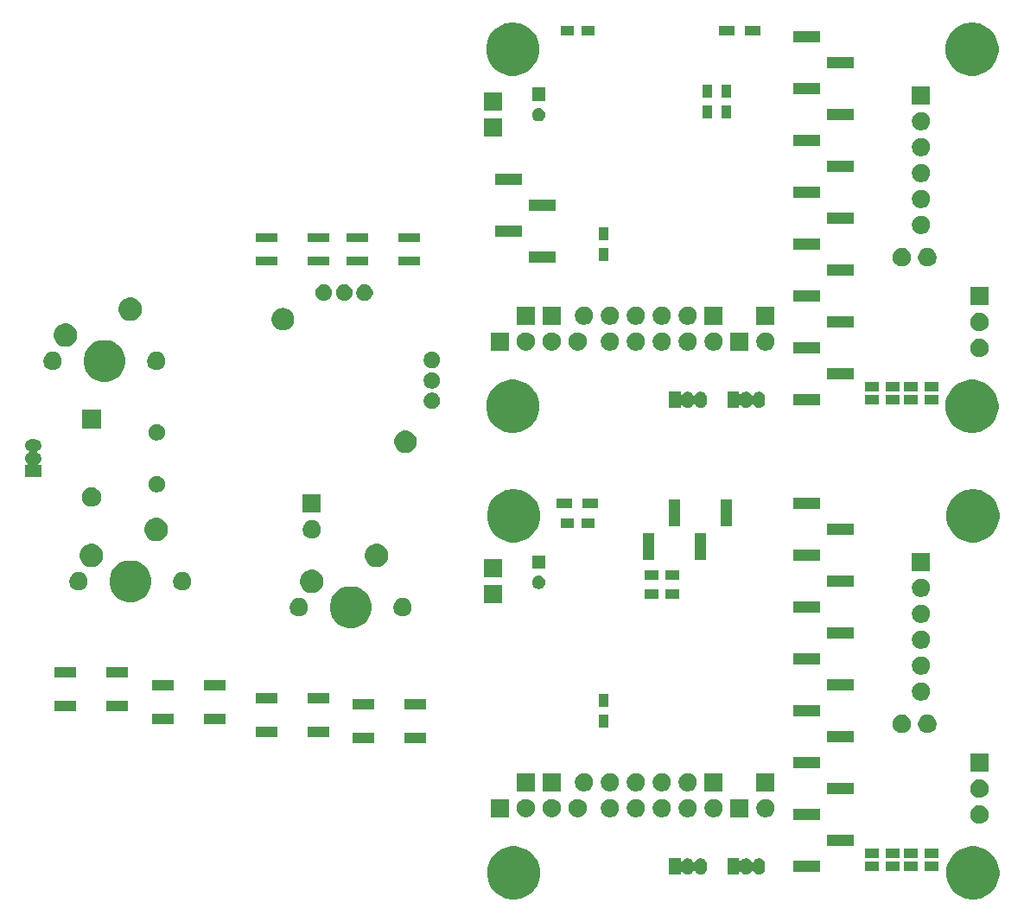
<source format=gts>
G04 #@! TF.GenerationSoftware,KiCad,Pcbnew,(5.1.5)-3*
G04 #@! TF.CreationDate,2020-09-04T17:35:13+09:00*
G04 #@! TF.ProjectId,futureKeyboardRight&Base,66757475-7265-44b6-9579-626f61726452,rev?*
G04 #@! TF.SameCoordinates,Original*
G04 #@! TF.FileFunction,Soldermask,Top*
G04 #@! TF.FilePolarity,Negative*
%FSLAX46Y46*%
G04 Gerber Fmt 4.6, Leading zero omitted, Abs format (unit mm)*
G04 Created by KiCad (PCBNEW (5.1.5)-3) date 2020-09-04 17:35:13*
%MOMM*%
%LPD*%
G04 APERTURE LIST*
%ADD10C,0.100000*%
G04 APERTURE END LIST*
D10*
G36*
X117348210Y-107935055D02*
G01*
X117599850Y-107985109D01*
X118073930Y-108181479D01*
X118500590Y-108466565D01*
X118863435Y-108829410D01*
X119148521Y-109256070D01*
X119344891Y-109730150D01*
X119344891Y-109730151D01*
X119420110Y-110108297D01*
X119445000Y-110233430D01*
X119445000Y-110746570D01*
X119344891Y-111249850D01*
X119148521Y-111723930D01*
X118863435Y-112150590D01*
X118500590Y-112513435D01*
X118073930Y-112798521D01*
X117599850Y-112994891D01*
X117348210Y-113044946D01*
X117096571Y-113095000D01*
X116583429Y-113095000D01*
X116331790Y-113044946D01*
X116080150Y-112994891D01*
X115606070Y-112798521D01*
X115179410Y-112513435D01*
X114816565Y-112150590D01*
X114531479Y-111723930D01*
X114335109Y-111249850D01*
X114235000Y-110746570D01*
X114235000Y-110233430D01*
X114259891Y-110108297D01*
X114335109Y-109730151D01*
X114335109Y-109730150D01*
X114531479Y-109256070D01*
X114816565Y-108829410D01*
X115179410Y-108466565D01*
X115606070Y-108181479D01*
X116080150Y-107985109D01*
X116331790Y-107935055D01*
X116583429Y-107885000D01*
X117096571Y-107885000D01*
X117348210Y-107935055D01*
G37*
G36*
X72348210Y-107935055D02*
G01*
X72599850Y-107985109D01*
X73073930Y-108181479D01*
X73500590Y-108466565D01*
X73863435Y-108829410D01*
X74148521Y-109256070D01*
X74344891Y-109730150D01*
X74344891Y-109730151D01*
X74420110Y-110108297D01*
X74445000Y-110233430D01*
X74445000Y-110746570D01*
X74344891Y-111249850D01*
X74148521Y-111723930D01*
X73863435Y-112150590D01*
X73500590Y-112513435D01*
X73073930Y-112798521D01*
X72599850Y-112994891D01*
X72348210Y-113044946D01*
X72096571Y-113095000D01*
X71583429Y-113095000D01*
X71331790Y-113044946D01*
X71080150Y-112994891D01*
X70606070Y-112798521D01*
X70179410Y-112513435D01*
X69816565Y-112150590D01*
X69531479Y-111723930D01*
X69335109Y-111249850D01*
X69235000Y-110746570D01*
X69235000Y-110233430D01*
X69259891Y-110108297D01*
X69335109Y-109730151D01*
X69335109Y-109730150D01*
X69531479Y-109256070D01*
X69816565Y-108829410D01*
X70179410Y-108466565D01*
X70606070Y-108181479D01*
X71080150Y-107985109D01*
X71331790Y-107935055D01*
X71583429Y-107885000D01*
X72096571Y-107885000D01*
X72348210Y-107935055D01*
G37*
G36*
X90282915Y-109062334D02*
G01*
X90391491Y-109095271D01*
X90391494Y-109095272D01*
X90427600Y-109114571D01*
X90491556Y-109148756D01*
X90579264Y-109220736D01*
X90651244Y-109308443D01*
X90685429Y-109372399D01*
X90704728Y-109408505D01*
X90704729Y-109408508D01*
X90737666Y-109517084D01*
X90746000Y-109601702D01*
X90746000Y-110108297D01*
X90737666Y-110192916D01*
X90705252Y-110299767D01*
X90704728Y-110301495D01*
X90694761Y-110320141D01*
X90651244Y-110401557D01*
X90579264Y-110489264D01*
X90491557Y-110561244D01*
X90427601Y-110595429D01*
X90391495Y-110614728D01*
X90391492Y-110614729D01*
X90282916Y-110647666D01*
X90170000Y-110658787D01*
X90057085Y-110647666D01*
X89948509Y-110614729D01*
X89948506Y-110614728D01*
X89912400Y-110595429D01*
X89848444Y-110561244D01*
X89760737Y-110489264D01*
X89688757Y-110401557D01*
X89645239Y-110320141D01*
X89631625Y-110299766D01*
X89614298Y-110282439D01*
X89593924Y-110268826D01*
X89571285Y-110259448D01*
X89547252Y-110254668D01*
X89522748Y-110254668D01*
X89498715Y-110259448D01*
X89476076Y-110268826D01*
X89455701Y-110282440D01*
X89438374Y-110299767D01*
X89424761Y-110320141D01*
X89381244Y-110401557D01*
X89309264Y-110489264D01*
X89221557Y-110561244D01*
X89157601Y-110595429D01*
X89121495Y-110614728D01*
X89121492Y-110614729D01*
X89012916Y-110647666D01*
X88900000Y-110658787D01*
X88787085Y-110647666D01*
X88678509Y-110614729D01*
X88678506Y-110614728D01*
X88642400Y-110595429D01*
X88578444Y-110561244D01*
X88490737Y-110489264D01*
X88427622Y-110412359D01*
X88410297Y-110395034D01*
X88389923Y-110381420D01*
X88367284Y-110372043D01*
X88343250Y-110367263D01*
X88318746Y-110367263D01*
X88294713Y-110372044D01*
X88272074Y-110381421D01*
X88251700Y-110395035D01*
X88234373Y-110412362D01*
X88220759Y-110432736D01*
X88211382Y-110455375D01*
X88206000Y-110491660D01*
X88206000Y-110656000D01*
X87054000Y-110656000D01*
X87054000Y-109054000D01*
X88206000Y-109054000D01*
X88206000Y-109218341D01*
X88208402Y-109242727D01*
X88215515Y-109266176D01*
X88227066Y-109287787D01*
X88242611Y-109306729D01*
X88261553Y-109322274D01*
X88283164Y-109333825D01*
X88306613Y-109340938D01*
X88330999Y-109343340D01*
X88355385Y-109340938D01*
X88378834Y-109333825D01*
X88400445Y-109322274D01*
X88419387Y-109306729D01*
X88427608Y-109297657D01*
X88490736Y-109220736D01*
X88578443Y-109148756D01*
X88642399Y-109114571D01*
X88678505Y-109095272D01*
X88678508Y-109095271D01*
X88787084Y-109062334D01*
X88900000Y-109051213D01*
X89012915Y-109062334D01*
X89121491Y-109095271D01*
X89121494Y-109095272D01*
X89157600Y-109114571D01*
X89221556Y-109148756D01*
X89309264Y-109220736D01*
X89381244Y-109308443D01*
X89424761Y-109389859D01*
X89438375Y-109410234D01*
X89455702Y-109427561D01*
X89476076Y-109441174D01*
X89498715Y-109450552D01*
X89522748Y-109455332D01*
X89547252Y-109455332D01*
X89571285Y-109450552D01*
X89593924Y-109441174D01*
X89614299Y-109427560D01*
X89631626Y-109410233D01*
X89645239Y-109389860D01*
X89688756Y-109308444D01*
X89760736Y-109220736D01*
X89848443Y-109148756D01*
X89912399Y-109114571D01*
X89948505Y-109095272D01*
X89948508Y-109095271D01*
X90057084Y-109062334D01*
X90170000Y-109051213D01*
X90282915Y-109062334D01*
G37*
G36*
X95997915Y-109062334D02*
G01*
X96106491Y-109095271D01*
X96106494Y-109095272D01*
X96142600Y-109114571D01*
X96206556Y-109148756D01*
X96294264Y-109220736D01*
X96366244Y-109308443D01*
X96400429Y-109372399D01*
X96419728Y-109408505D01*
X96419729Y-109408508D01*
X96452666Y-109517084D01*
X96461000Y-109601702D01*
X96461000Y-110108297D01*
X96452666Y-110192916D01*
X96420252Y-110299767D01*
X96419728Y-110301495D01*
X96409761Y-110320141D01*
X96366244Y-110401557D01*
X96294264Y-110489264D01*
X96206557Y-110561244D01*
X96142601Y-110595429D01*
X96106495Y-110614728D01*
X96106492Y-110614729D01*
X95997916Y-110647666D01*
X95885000Y-110658787D01*
X95772085Y-110647666D01*
X95663509Y-110614729D01*
X95663506Y-110614728D01*
X95627400Y-110595429D01*
X95563444Y-110561244D01*
X95475737Y-110489264D01*
X95403757Y-110401557D01*
X95360239Y-110320141D01*
X95346625Y-110299766D01*
X95329298Y-110282439D01*
X95308924Y-110268826D01*
X95286285Y-110259448D01*
X95262252Y-110254668D01*
X95237748Y-110254668D01*
X95213715Y-110259448D01*
X95191076Y-110268826D01*
X95170701Y-110282440D01*
X95153374Y-110299767D01*
X95139761Y-110320141D01*
X95096244Y-110401557D01*
X95024264Y-110489264D01*
X94936557Y-110561244D01*
X94872601Y-110595429D01*
X94836495Y-110614728D01*
X94836492Y-110614729D01*
X94727916Y-110647666D01*
X94615000Y-110658787D01*
X94502085Y-110647666D01*
X94393509Y-110614729D01*
X94393506Y-110614728D01*
X94357400Y-110595429D01*
X94293444Y-110561244D01*
X94205737Y-110489264D01*
X94142622Y-110412359D01*
X94125297Y-110395034D01*
X94104923Y-110381420D01*
X94082284Y-110372043D01*
X94058250Y-110367263D01*
X94033746Y-110367263D01*
X94009713Y-110372044D01*
X93987074Y-110381421D01*
X93966700Y-110395035D01*
X93949373Y-110412362D01*
X93935759Y-110432736D01*
X93926382Y-110455375D01*
X93921000Y-110491660D01*
X93921000Y-110656000D01*
X92769000Y-110656000D01*
X92769000Y-109054000D01*
X93921000Y-109054000D01*
X93921000Y-109218341D01*
X93923402Y-109242727D01*
X93930515Y-109266176D01*
X93942066Y-109287787D01*
X93957611Y-109306729D01*
X93976553Y-109322274D01*
X93998164Y-109333825D01*
X94021613Y-109340938D01*
X94045999Y-109343340D01*
X94070385Y-109340938D01*
X94093834Y-109333825D01*
X94115445Y-109322274D01*
X94134387Y-109306729D01*
X94142608Y-109297657D01*
X94205736Y-109220736D01*
X94293443Y-109148756D01*
X94357399Y-109114571D01*
X94393505Y-109095272D01*
X94393508Y-109095271D01*
X94502084Y-109062334D01*
X94615000Y-109051213D01*
X94727915Y-109062334D01*
X94836491Y-109095271D01*
X94836494Y-109095272D01*
X94872600Y-109114571D01*
X94936556Y-109148756D01*
X95024264Y-109220736D01*
X95096244Y-109308443D01*
X95139761Y-109389859D01*
X95153375Y-109410234D01*
X95170702Y-109427561D01*
X95191076Y-109441174D01*
X95213715Y-109450552D01*
X95237748Y-109455332D01*
X95262252Y-109455332D01*
X95286285Y-109450552D01*
X95308924Y-109441174D01*
X95329299Y-109427560D01*
X95346626Y-109410233D01*
X95360239Y-109389860D01*
X95403756Y-109308444D01*
X95475736Y-109220736D01*
X95563443Y-109148756D01*
X95627399Y-109114571D01*
X95663505Y-109095272D01*
X95663508Y-109095271D01*
X95772084Y-109062334D01*
X95885000Y-109051213D01*
X95997915Y-109062334D01*
G37*
G36*
X101886000Y-110406000D02*
G01*
X99274000Y-110406000D01*
X99274000Y-109304000D01*
X101886000Y-109304000D01*
X101886000Y-110406000D01*
G37*
G36*
X109617000Y-110306000D02*
G01*
X108315000Y-110306000D01*
X108315000Y-109404000D01*
X109617000Y-109404000D01*
X109617000Y-110306000D01*
G37*
G36*
X107585000Y-110306000D02*
G01*
X106283000Y-110306000D01*
X106283000Y-109404000D01*
X107585000Y-109404000D01*
X107585000Y-110306000D01*
G37*
G36*
X113427000Y-110306000D02*
G01*
X112125000Y-110306000D01*
X112125000Y-109404000D01*
X113427000Y-109404000D01*
X113427000Y-110306000D01*
G37*
G36*
X111395000Y-110306000D02*
G01*
X110093000Y-110306000D01*
X110093000Y-109404000D01*
X111395000Y-109404000D01*
X111395000Y-110306000D01*
G37*
G36*
X107585000Y-109036000D02*
G01*
X106283000Y-109036000D01*
X106283000Y-108134000D01*
X107585000Y-108134000D01*
X107585000Y-109036000D01*
G37*
G36*
X109617000Y-109036000D02*
G01*
X108315000Y-109036000D01*
X108315000Y-108134000D01*
X109617000Y-108134000D01*
X109617000Y-109036000D01*
G37*
G36*
X113427000Y-109036000D02*
G01*
X112125000Y-109036000D01*
X112125000Y-108134000D01*
X113427000Y-108134000D01*
X113427000Y-109036000D01*
G37*
G36*
X111395000Y-109036000D02*
G01*
X110093000Y-109036000D01*
X110093000Y-108134000D01*
X111395000Y-108134000D01*
X111395000Y-109036000D01*
G37*
G36*
X105196000Y-107866000D02*
G01*
X102584000Y-107866000D01*
X102584000Y-106764000D01*
X105196000Y-106764000D01*
X105196000Y-107866000D01*
G37*
G36*
X117579769Y-103877188D02*
G01*
X117737812Y-103908624D01*
X117901784Y-103976544D01*
X118049354Y-104075147D01*
X118174853Y-104200646D01*
X118273456Y-104348216D01*
X118341376Y-104512188D01*
X118376000Y-104686259D01*
X118376000Y-104863741D01*
X118341376Y-105037812D01*
X118273456Y-105201784D01*
X118174853Y-105349354D01*
X118049354Y-105474853D01*
X117901784Y-105573456D01*
X117737812Y-105641376D01*
X117588512Y-105671073D01*
X117563742Y-105676000D01*
X117386258Y-105676000D01*
X117361488Y-105671073D01*
X117212188Y-105641376D01*
X117048216Y-105573456D01*
X116900646Y-105474853D01*
X116775147Y-105349354D01*
X116676544Y-105201784D01*
X116608624Y-105037812D01*
X116574000Y-104863741D01*
X116574000Y-104686259D01*
X116608624Y-104512188D01*
X116676544Y-104348216D01*
X116775147Y-104200646D01*
X116900646Y-104075147D01*
X117048216Y-103976544D01*
X117212188Y-103908624D01*
X117370231Y-103877188D01*
X117386258Y-103874000D01*
X117563742Y-103874000D01*
X117579769Y-103877188D01*
G37*
G36*
X101886000Y-105326000D02*
G01*
X99274000Y-105326000D01*
X99274000Y-104224000D01*
X101886000Y-104224000D01*
X101886000Y-105326000D01*
G37*
G36*
X73138512Y-103243927D02*
G01*
X73287812Y-103273624D01*
X73451784Y-103341544D01*
X73599354Y-103440147D01*
X73724853Y-103565646D01*
X73823456Y-103713216D01*
X73891376Y-103877188D01*
X73926000Y-104051259D01*
X73926000Y-104228741D01*
X73891376Y-104402812D01*
X73823456Y-104566784D01*
X73724853Y-104714354D01*
X73599354Y-104839853D01*
X73451784Y-104938456D01*
X73287812Y-105006376D01*
X73138512Y-105036073D01*
X73113742Y-105041000D01*
X72936258Y-105041000D01*
X72911488Y-105036073D01*
X72762188Y-105006376D01*
X72598216Y-104938456D01*
X72450646Y-104839853D01*
X72325147Y-104714354D01*
X72226544Y-104566784D01*
X72158624Y-104402812D01*
X72124000Y-104228741D01*
X72124000Y-104051259D01*
X72158624Y-103877188D01*
X72226544Y-103713216D01*
X72325147Y-103565646D01*
X72450646Y-103440147D01*
X72598216Y-103341544D01*
X72762188Y-103273624D01*
X72911488Y-103243927D01*
X72936258Y-103239000D01*
X73113742Y-103239000D01*
X73138512Y-103243927D01*
G37*
G36*
X75678512Y-103243927D02*
G01*
X75827812Y-103273624D01*
X75991784Y-103341544D01*
X76139354Y-103440147D01*
X76264853Y-103565646D01*
X76363456Y-103713216D01*
X76431376Y-103877188D01*
X76466000Y-104051259D01*
X76466000Y-104228741D01*
X76431376Y-104402812D01*
X76363456Y-104566784D01*
X76264853Y-104714354D01*
X76139354Y-104839853D01*
X75991784Y-104938456D01*
X75827812Y-105006376D01*
X75678512Y-105036073D01*
X75653742Y-105041000D01*
X75476258Y-105041000D01*
X75451488Y-105036073D01*
X75302188Y-105006376D01*
X75138216Y-104938456D01*
X74990646Y-104839853D01*
X74865147Y-104714354D01*
X74766544Y-104566784D01*
X74698624Y-104402812D01*
X74664000Y-104228741D01*
X74664000Y-104051259D01*
X74698624Y-103877188D01*
X74766544Y-103713216D01*
X74865147Y-103565646D01*
X74990646Y-103440147D01*
X75138216Y-103341544D01*
X75302188Y-103273624D01*
X75451488Y-103243927D01*
X75476258Y-103239000D01*
X75653742Y-103239000D01*
X75678512Y-103243927D01*
G37*
G36*
X78218512Y-103243927D02*
G01*
X78367812Y-103273624D01*
X78531784Y-103341544D01*
X78679354Y-103440147D01*
X78804853Y-103565646D01*
X78903456Y-103713216D01*
X78971376Y-103877188D01*
X79006000Y-104051259D01*
X79006000Y-104228741D01*
X78971376Y-104402812D01*
X78903456Y-104566784D01*
X78804853Y-104714354D01*
X78679354Y-104839853D01*
X78531784Y-104938456D01*
X78367812Y-105006376D01*
X78218512Y-105036073D01*
X78193742Y-105041000D01*
X78016258Y-105041000D01*
X77991488Y-105036073D01*
X77842188Y-105006376D01*
X77678216Y-104938456D01*
X77530646Y-104839853D01*
X77405147Y-104714354D01*
X77306544Y-104566784D01*
X77238624Y-104402812D01*
X77204000Y-104228741D01*
X77204000Y-104051259D01*
X77238624Y-103877188D01*
X77306544Y-103713216D01*
X77405147Y-103565646D01*
X77530646Y-103440147D01*
X77678216Y-103341544D01*
X77842188Y-103273624D01*
X77991488Y-103243927D01*
X78016258Y-103239000D01*
X78193742Y-103239000D01*
X78218512Y-103243927D01*
G37*
G36*
X83933512Y-103243927D02*
G01*
X84082812Y-103273624D01*
X84246784Y-103341544D01*
X84394354Y-103440147D01*
X84519853Y-103565646D01*
X84618456Y-103713216D01*
X84686376Y-103877188D01*
X84721000Y-104051259D01*
X84721000Y-104228741D01*
X84686376Y-104402812D01*
X84618456Y-104566784D01*
X84519853Y-104714354D01*
X84394354Y-104839853D01*
X84246784Y-104938456D01*
X84082812Y-105006376D01*
X83933512Y-105036073D01*
X83908742Y-105041000D01*
X83731258Y-105041000D01*
X83706488Y-105036073D01*
X83557188Y-105006376D01*
X83393216Y-104938456D01*
X83245646Y-104839853D01*
X83120147Y-104714354D01*
X83021544Y-104566784D01*
X82953624Y-104402812D01*
X82919000Y-104228741D01*
X82919000Y-104051259D01*
X82953624Y-103877188D01*
X83021544Y-103713216D01*
X83120147Y-103565646D01*
X83245646Y-103440147D01*
X83393216Y-103341544D01*
X83557188Y-103273624D01*
X83706488Y-103243927D01*
X83731258Y-103239000D01*
X83908742Y-103239000D01*
X83933512Y-103243927D01*
G37*
G36*
X81393512Y-103243927D02*
G01*
X81542812Y-103273624D01*
X81706784Y-103341544D01*
X81854354Y-103440147D01*
X81979853Y-103565646D01*
X82078456Y-103713216D01*
X82146376Y-103877188D01*
X82181000Y-104051259D01*
X82181000Y-104228741D01*
X82146376Y-104402812D01*
X82078456Y-104566784D01*
X81979853Y-104714354D01*
X81854354Y-104839853D01*
X81706784Y-104938456D01*
X81542812Y-105006376D01*
X81393512Y-105036073D01*
X81368742Y-105041000D01*
X81191258Y-105041000D01*
X81166488Y-105036073D01*
X81017188Y-105006376D01*
X80853216Y-104938456D01*
X80705646Y-104839853D01*
X80580147Y-104714354D01*
X80481544Y-104566784D01*
X80413624Y-104402812D01*
X80379000Y-104228741D01*
X80379000Y-104051259D01*
X80413624Y-103877188D01*
X80481544Y-103713216D01*
X80580147Y-103565646D01*
X80705646Y-103440147D01*
X80853216Y-103341544D01*
X81017188Y-103273624D01*
X81166488Y-103243927D01*
X81191258Y-103239000D01*
X81368742Y-103239000D01*
X81393512Y-103243927D01*
G37*
G36*
X96633512Y-103243927D02*
G01*
X96782812Y-103273624D01*
X96946784Y-103341544D01*
X97094354Y-103440147D01*
X97219853Y-103565646D01*
X97318456Y-103713216D01*
X97386376Y-103877188D01*
X97421000Y-104051259D01*
X97421000Y-104228741D01*
X97386376Y-104402812D01*
X97318456Y-104566784D01*
X97219853Y-104714354D01*
X97094354Y-104839853D01*
X96946784Y-104938456D01*
X96782812Y-105006376D01*
X96633512Y-105036073D01*
X96608742Y-105041000D01*
X96431258Y-105041000D01*
X96406488Y-105036073D01*
X96257188Y-105006376D01*
X96093216Y-104938456D01*
X95945646Y-104839853D01*
X95820147Y-104714354D01*
X95721544Y-104566784D01*
X95653624Y-104402812D01*
X95619000Y-104228741D01*
X95619000Y-104051259D01*
X95653624Y-103877188D01*
X95721544Y-103713216D01*
X95820147Y-103565646D01*
X95945646Y-103440147D01*
X96093216Y-103341544D01*
X96257188Y-103273624D01*
X96406488Y-103243927D01*
X96431258Y-103239000D01*
X96608742Y-103239000D01*
X96633512Y-103243927D01*
G37*
G36*
X91553512Y-103243927D02*
G01*
X91702812Y-103273624D01*
X91866784Y-103341544D01*
X92014354Y-103440147D01*
X92139853Y-103565646D01*
X92238456Y-103713216D01*
X92306376Y-103877188D01*
X92341000Y-104051259D01*
X92341000Y-104228741D01*
X92306376Y-104402812D01*
X92238456Y-104566784D01*
X92139853Y-104714354D01*
X92014354Y-104839853D01*
X91866784Y-104938456D01*
X91702812Y-105006376D01*
X91553512Y-105036073D01*
X91528742Y-105041000D01*
X91351258Y-105041000D01*
X91326488Y-105036073D01*
X91177188Y-105006376D01*
X91013216Y-104938456D01*
X90865646Y-104839853D01*
X90740147Y-104714354D01*
X90641544Y-104566784D01*
X90573624Y-104402812D01*
X90539000Y-104228741D01*
X90539000Y-104051259D01*
X90573624Y-103877188D01*
X90641544Y-103713216D01*
X90740147Y-103565646D01*
X90865646Y-103440147D01*
X91013216Y-103341544D01*
X91177188Y-103273624D01*
X91326488Y-103243927D01*
X91351258Y-103239000D01*
X91528742Y-103239000D01*
X91553512Y-103243927D01*
G37*
G36*
X89013512Y-103243927D02*
G01*
X89162812Y-103273624D01*
X89326784Y-103341544D01*
X89474354Y-103440147D01*
X89599853Y-103565646D01*
X89698456Y-103713216D01*
X89766376Y-103877188D01*
X89801000Y-104051259D01*
X89801000Y-104228741D01*
X89766376Y-104402812D01*
X89698456Y-104566784D01*
X89599853Y-104714354D01*
X89474354Y-104839853D01*
X89326784Y-104938456D01*
X89162812Y-105006376D01*
X89013512Y-105036073D01*
X88988742Y-105041000D01*
X88811258Y-105041000D01*
X88786488Y-105036073D01*
X88637188Y-105006376D01*
X88473216Y-104938456D01*
X88325646Y-104839853D01*
X88200147Y-104714354D01*
X88101544Y-104566784D01*
X88033624Y-104402812D01*
X87999000Y-104228741D01*
X87999000Y-104051259D01*
X88033624Y-103877188D01*
X88101544Y-103713216D01*
X88200147Y-103565646D01*
X88325646Y-103440147D01*
X88473216Y-103341544D01*
X88637188Y-103273624D01*
X88786488Y-103243927D01*
X88811258Y-103239000D01*
X88988742Y-103239000D01*
X89013512Y-103243927D01*
G37*
G36*
X71386000Y-105041000D02*
G01*
X69584000Y-105041000D01*
X69584000Y-103239000D01*
X71386000Y-103239000D01*
X71386000Y-105041000D01*
G37*
G36*
X86473512Y-103243927D02*
G01*
X86622812Y-103273624D01*
X86786784Y-103341544D01*
X86934354Y-103440147D01*
X87059853Y-103565646D01*
X87158456Y-103713216D01*
X87226376Y-103877188D01*
X87261000Y-104051259D01*
X87261000Y-104228741D01*
X87226376Y-104402812D01*
X87158456Y-104566784D01*
X87059853Y-104714354D01*
X86934354Y-104839853D01*
X86786784Y-104938456D01*
X86622812Y-105006376D01*
X86473512Y-105036073D01*
X86448742Y-105041000D01*
X86271258Y-105041000D01*
X86246488Y-105036073D01*
X86097188Y-105006376D01*
X85933216Y-104938456D01*
X85785646Y-104839853D01*
X85660147Y-104714354D01*
X85561544Y-104566784D01*
X85493624Y-104402812D01*
X85459000Y-104228741D01*
X85459000Y-104051259D01*
X85493624Y-103877188D01*
X85561544Y-103713216D01*
X85660147Y-103565646D01*
X85785646Y-103440147D01*
X85933216Y-103341544D01*
X86097188Y-103273624D01*
X86246488Y-103243927D01*
X86271258Y-103239000D01*
X86448742Y-103239000D01*
X86473512Y-103243927D01*
G37*
G36*
X94881000Y-105041000D02*
G01*
X93079000Y-105041000D01*
X93079000Y-103239000D01*
X94881000Y-103239000D01*
X94881000Y-105041000D01*
G37*
G36*
X117579769Y-101337188D02*
G01*
X117737812Y-101368624D01*
X117901784Y-101436544D01*
X118049354Y-101535147D01*
X118174853Y-101660646D01*
X118273456Y-101808216D01*
X118341376Y-101972188D01*
X118376000Y-102146259D01*
X118376000Y-102323741D01*
X118341376Y-102497812D01*
X118273456Y-102661784D01*
X118174853Y-102809354D01*
X118049354Y-102934853D01*
X117901784Y-103033456D01*
X117737812Y-103101376D01*
X117588512Y-103131073D01*
X117563742Y-103136000D01*
X117386258Y-103136000D01*
X117361488Y-103131073D01*
X117212188Y-103101376D01*
X117048216Y-103033456D01*
X116900646Y-102934853D01*
X116775147Y-102809354D01*
X116676544Y-102661784D01*
X116608624Y-102497812D01*
X116574000Y-102323741D01*
X116574000Y-102146259D01*
X116608624Y-101972188D01*
X116676544Y-101808216D01*
X116775147Y-101660646D01*
X116900646Y-101535147D01*
X117048216Y-101436544D01*
X117212188Y-101368624D01*
X117370231Y-101337188D01*
X117386258Y-101334000D01*
X117563742Y-101334000D01*
X117579769Y-101337188D01*
G37*
G36*
X105196000Y-102786000D02*
G01*
X102584000Y-102786000D01*
X102584000Y-101684000D01*
X105196000Y-101684000D01*
X105196000Y-102786000D01*
G37*
G36*
X89013512Y-100703927D02*
G01*
X89162812Y-100733624D01*
X89326784Y-100801544D01*
X89474354Y-100900147D01*
X89599853Y-101025646D01*
X89698456Y-101173216D01*
X89766376Y-101337188D01*
X89801000Y-101511259D01*
X89801000Y-101688741D01*
X89766376Y-101862812D01*
X89698456Y-102026784D01*
X89599853Y-102174354D01*
X89474354Y-102299853D01*
X89326784Y-102398456D01*
X89162812Y-102466376D01*
X89013512Y-102496073D01*
X88988742Y-102501000D01*
X88811258Y-102501000D01*
X88786488Y-102496073D01*
X88637188Y-102466376D01*
X88473216Y-102398456D01*
X88325646Y-102299853D01*
X88200147Y-102174354D01*
X88101544Y-102026784D01*
X88033624Y-101862812D01*
X87999000Y-101688741D01*
X87999000Y-101511259D01*
X88033624Y-101337188D01*
X88101544Y-101173216D01*
X88200147Y-101025646D01*
X88325646Y-100900147D01*
X88473216Y-100801544D01*
X88637188Y-100733624D01*
X88786488Y-100703927D01*
X88811258Y-100699000D01*
X88988742Y-100699000D01*
X89013512Y-100703927D01*
G37*
G36*
X97421000Y-102501000D02*
G01*
X95619000Y-102501000D01*
X95619000Y-100699000D01*
X97421000Y-100699000D01*
X97421000Y-102501000D01*
G37*
G36*
X92341000Y-102501000D02*
G01*
X90539000Y-102501000D01*
X90539000Y-100699000D01*
X92341000Y-100699000D01*
X92341000Y-102501000D01*
G37*
G36*
X86473512Y-100703927D02*
G01*
X86622812Y-100733624D01*
X86786784Y-100801544D01*
X86934354Y-100900147D01*
X87059853Y-101025646D01*
X87158456Y-101173216D01*
X87226376Y-101337188D01*
X87261000Y-101511259D01*
X87261000Y-101688741D01*
X87226376Y-101862812D01*
X87158456Y-102026784D01*
X87059853Y-102174354D01*
X86934354Y-102299853D01*
X86786784Y-102398456D01*
X86622812Y-102466376D01*
X86473512Y-102496073D01*
X86448742Y-102501000D01*
X86271258Y-102501000D01*
X86246488Y-102496073D01*
X86097188Y-102466376D01*
X85933216Y-102398456D01*
X85785646Y-102299853D01*
X85660147Y-102174354D01*
X85561544Y-102026784D01*
X85493624Y-101862812D01*
X85459000Y-101688741D01*
X85459000Y-101511259D01*
X85493624Y-101337188D01*
X85561544Y-101173216D01*
X85660147Y-101025646D01*
X85785646Y-100900147D01*
X85933216Y-100801544D01*
X86097188Y-100733624D01*
X86246488Y-100703927D01*
X86271258Y-100699000D01*
X86448742Y-100699000D01*
X86473512Y-100703927D01*
G37*
G36*
X83933512Y-100703927D02*
G01*
X84082812Y-100733624D01*
X84246784Y-100801544D01*
X84394354Y-100900147D01*
X84519853Y-101025646D01*
X84618456Y-101173216D01*
X84686376Y-101337188D01*
X84721000Y-101511259D01*
X84721000Y-101688741D01*
X84686376Y-101862812D01*
X84618456Y-102026784D01*
X84519853Y-102174354D01*
X84394354Y-102299853D01*
X84246784Y-102398456D01*
X84082812Y-102466376D01*
X83933512Y-102496073D01*
X83908742Y-102501000D01*
X83731258Y-102501000D01*
X83706488Y-102496073D01*
X83557188Y-102466376D01*
X83393216Y-102398456D01*
X83245646Y-102299853D01*
X83120147Y-102174354D01*
X83021544Y-102026784D01*
X82953624Y-101862812D01*
X82919000Y-101688741D01*
X82919000Y-101511259D01*
X82953624Y-101337188D01*
X83021544Y-101173216D01*
X83120147Y-101025646D01*
X83245646Y-100900147D01*
X83393216Y-100801544D01*
X83557188Y-100733624D01*
X83706488Y-100703927D01*
X83731258Y-100699000D01*
X83908742Y-100699000D01*
X83933512Y-100703927D01*
G37*
G36*
X81393512Y-100703927D02*
G01*
X81542812Y-100733624D01*
X81706784Y-100801544D01*
X81854354Y-100900147D01*
X81979853Y-101025646D01*
X82078456Y-101173216D01*
X82146376Y-101337188D01*
X82181000Y-101511259D01*
X82181000Y-101688741D01*
X82146376Y-101862812D01*
X82078456Y-102026784D01*
X81979853Y-102174354D01*
X81854354Y-102299853D01*
X81706784Y-102398456D01*
X81542812Y-102466376D01*
X81393512Y-102496073D01*
X81368742Y-102501000D01*
X81191258Y-102501000D01*
X81166488Y-102496073D01*
X81017188Y-102466376D01*
X80853216Y-102398456D01*
X80705646Y-102299853D01*
X80580147Y-102174354D01*
X80481544Y-102026784D01*
X80413624Y-101862812D01*
X80379000Y-101688741D01*
X80379000Y-101511259D01*
X80413624Y-101337188D01*
X80481544Y-101173216D01*
X80580147Y-101025646D01*
X80705646Y-100900147D01*
X80853216Y-100801544D01*
X81017188Y-100733624D01*
X81166488Y-100703927D01*
X81191258Y-100699000D01*
X81368742Y-100699000D01*
X81393512Y-100703927D01*
G37*
G36*
X78853512Y-100703927D02*
G01*
X79002812Y-100733624D01*
X79166784Y-100801544D01*
X79314354Y-100900147D01*
X79439853Y-101025646D01*
X79538456Y-101173216D01*
X79606376Y-101337188D01*
X79641000Y-101511259D01*
X79641000Y-101688741D01*
X79606376Y-101862812D01*
X79538456Y-102026784D01*
X79439853Y-102174354D01*
X79314354Y-102299853D01*
X79166784Y-102398456D01*
X79002812Y-102466376D01*
X78853512Y-102496073D01*
X78828742Y-102501000D01*
X78651258Y-102501000D01*
X78626488Y-102496073D01*
X78477188Y-102466376D01*
X78313216Y-102398456D01*
X78165646Y-102299853D01*
X78040147Y-102174354D01*
X77941544Y-102026784D01*
X77873624Y-101862812D01*
X77839000Y-101688741D01*
X77839000Y-101511259D01*
X77873624Y-101337188D01*
X77941544Y-101173216D01*
X78040147Y-101025646D01*
X78165646Y-100900147D01*
X78313216Y-100801544D01*
X78477188Y-100733624D01*
X78626488Y-100703927D01*
X78651258Y-100699000D01*
X78828742Y-100699000D01*
X78853512Y-100703927D01*
G37*
G36*
X76466000Y-102501000D02*
G01*
X74664000Y-102501000D01*
X74664000Y-100699000D01*
X76466000Y-100699000D01*
X76466000Y-102501000D01*
G37*
G36*
X73926000Y-102501000D02*
G01*
X72124000Y-102501000D01*
X72124000Y-100699000D01*
X73926000Y-100699000D01*
X73926000Y-102501000D01*
G37*
G36*
X118376000Y-100596000D02*
G01*
X116574000Y-100596000D01*
X116574000Y-98794000D01*
X118376000Y-98794000D01*
X118376000Y-100596000D01*
G37*
G36*
X101886000Y-100246000D02*
G01*
X99274000Y-100246000D01*
X99274000Y-99144000D01*
X101886000Y-99144000D01*
X101886000Y-100246000D01*
G37*
G36*
X58201000Y-97783000D02*
G01*
X56099000Y-97783000D01*
X56099000Y-96781000D01*
X58201000Y-96781000D01*
X58201000Y-97783000D01*
G37*
G36*
X63281000Y-97783000D02*
G01*
X61179000Y-97783000D01*
X61179000Y-96781000D01*
X63281000Y-96781000D01*
X63281000Y-97783000D01*
G37*
G36*
X105196000Y-97706000D02*
G01*
X102584000Y-97706000D01*
X102584000Y-96604000D01*
X105196000Y-96604000D01*
X105196000Y-97706000D01*
G37*
G36*
X53756000Y-97148000D02*
G01*
X51654000Y-97148000D01*
X51654000Y-96146000D01*
X53756000Y-96146000D01*
X53756000Y-97148000D01*
G37*
G36*
X48676000Y-97148000D02*
G01*
X46574000Y-97148000D01*
X46574000Y-96146000D01*
X48676000Y-96146000D01*
X48676000Y-97148000D01*
G37*
G36*
X112488512Y-94988927D02*
G01*
X112637812Y-95018624D01*
X112801784Y-95086544D01*
X112949354Y-95185147D01*
X113074853Y-95310646D01*
X113173456Y-95458216D01*
X113241376Y-95622188D01*
X113276000Y-95796259D01*
X113276000Y-95973741D01*
X113241376Y-96147812D01*
X113173456Y-96311784D01*
X113074853Y-96459354D01*
X112949354Y-96584853D01*
X112801784Y-96683456D01*
X112637812Y-96751376D01*
X112488878Y-96781000D01*
X112463742Y-96786000D01*
X112286258Y-96786000D01*
X112261122Y-96781000D01*
X112112188Y-96751376D01*
X111948216Y-96683456D01*
X111800646Y-96584853D01*
X111675147Y-96459354D01*
X111576544Y-96311784D01*
X111508624Y-96147812D01*
X111474000Y-95973741D01*
X111474000Y-95796259D01*
X111508624Y-95622188D01*
X111576544Y-95458216D01*
X111675147Y-95310646D01*
X111800646Y-95185147D01*
X111948216Y-95086544D01*
X112112188Y-95018624D01*
X112261488Y-94988927D01*
X112286258Y-94984000D01*
X112463742Y-94984000D01*
X112488512Y-94988927D01*
G37*
G36*
X109988512Y-94988927D02*
G01*
X110137812Y-95018624D01*
X110301784Y-95086544D01*
X110449354Y-95185147D01*
X110574853Y-95310646D01*
X110673456Y-95458216D01*
X110741376Y-95622188D01*
X110776000Y-95796259D01*
X110776000Y-95973741D01*
X110741376Y-96147812D01*
X110673456Y-96311784D01*
X110574853Y-96459354D01*
X110449354Y-96584853D01*
X110301784Y-96683456D01*
X110137812Y-96751376D01*
X109988878Y-96781000D01*
X109963742Y-96786000D01*
X109786258Y-96786000D01*
X109761122Y-96781000D01*
X109612188Y-96751376D01*
X109448216Y-96683456D01*
X109300646Y-96584853D01*
X109175147Y-96459354D01*
X109076544Y-96311784D01*
X109008624Y-96147812D01*
X108974000Y-95973741D01*
X108974000Y-95796259D01*
X109008624Y-95622188D01*
X109076544Y-95458216D01*
X109175147Y-95310646D01*
X109300646Y-95185147D01*
X109448216Y-95086544D01*
X109612188Y-95018624D01*
X109761488Y-94988927D01*
X109786258Y-94984000D01*
X109963742Y-94984000D01*
X109988512Y-94988927D01*
G37*
G36*
X81096000Y-96282000D02*
G01*
X80194000Y-96282000D01*
X80194000Y-94980000D01*
X81096000Y-94980000D01*
X81096000Y-96282000D01*
G37*
G36*
X38516000Y-95878000D02*
G01*
X36414000Y-95878000D01*
X36414000Y-94876000D01*
X38516000Y-94876000D01*
X38516000Y-95878000D01*
G37*
G36*
X43596000Y-95878000D02*
G01*
X41494000Y-95878000D01*
X41494000Y-94876000D01*
X43596000Y-94876000D01*
X43596000Y-95878000D01*
G37*
G36*
X101886000Y-95166000D02*
G01*
X99274000Y-95166000D01*
X99274000Y-94064000D01*
X101886000Y-94064000D01*
X101886000Y-95166000D01*
G37*
G36*
X28991000Y-94608000D02*
G01*
X26889000Y-94608000D01*
X26889000Y-93606000D01*
X28991000Y-93606000D01*
X28991000Y-94608000D01*
G37*
G36*
X34071000Y-94608000D02*
G01*
X31969000Y-94608000D01*
X31969000Y-93606000D01*
X34071000Y-93606000D01*
X34071000Y-94608000D01*
G37*
G36*
X58201000Y-94481000D02*
G01*
X56099000Y-94481000D01*
X56099000Y-93479000D01*
X58201000Y-93479000D01*
X58201000Y-94481000D01*
G37*
G36*
X63281000Y-94481000D02*
G01*
X61179000Y-94481000D01*
X61179000Y-93479000D01*
X63281000Y-93479000D01*
X63281000Y-94481000D01*
G37*
G36*
X81096000Y-94250000D02*
G01*
X80194000Y-94250000D01*
X80194000Y-92948000D01*
X81096000Y-92948000D01*
X81096000Y-94250000D01*
G37*
G36*
X53756000Y-93846000D02*
G01*
X51654000Y-93846000D01*
X51654000Y-92844000D01*
X53756000Y-92844000D01*
X53756000Y-93846000D01*
G37*
G36*
X48676000Y-93846000D02*
G01*
X46574000Y-93846000D01*
X46574000Y-92844000D01*
X48676000Y-92844000D01*
X48676000Y-93846000D01*
G37*
G36*
X111873512Y-91813927D02*
G01*
X112022812Y-91843624D01*
X112186784Y-91911544D01*
X112334354Y-92010147D01*
X112459853Y-92135646D01*
X112558456Y-92283216D01*
X112626376Y-92447188D01*
X112661000Y-92621259D01*
X112661000Y-92798741D01*
X112626376Y-92972812D01*
X112558456Y-93136784D01*
X112459853Y-93284354D01*
X112334354Y-93409853D01*
X112186784Y-93508456D01*
X112022812Y-93576376D01*
X111873878Y-93606000D01*
X111848742Y-93611000D01*
X111671258Y-93611000D01*
X111646122Y-93606000D01*
X111497188Y-93576376D01*
X111333216Y-93508456D01*
X111185646Y-93409853D01*
X111060147Y-93284354D01*
X110961544Y-93136784D01*
X110893624Y-92972812D01*
X110859000Y-92798741D01*
X110859000Y-92621259D01*
X110893624Y-92447188D01*
X110961544Y-92283216D01*
X111060147Y-92135646D01*
X111185646Y-92010147D01*
X111333216Y-91911544D01*
X111497188Y-91843624D01*
X111646488Y-91813927D01*
X111671258Y-91809000D01*
X111848742Y-91809000D01*
X111873512Y-91813927D01*
G37*
G36*
X105196000Y-92626000D02*
G01*
X102584000Y-92626000D01*
X102584000Y-91524000D01*
X105196000Y-91524000D01*
X105196000Y-92626000D01*
G37*
G36*
X38516000Y-92576000D02*
G01*
X36414000Y-92576000D01*
X36414000Y-91574000D01*
X38516000Y-91574000D01*
X38516000Y-92576000D01*
G37*
G36*
X43596000Y-92576000D02*
G01*
X41494000Y-92576000D01*
X41494000Y-91574000D01*
X43596000Y-91574000D01*
X43596000Y-92576000D01*
G37*
G36*
X28991000Y-91306000D02*
G01*
X26889000Y-91306000D01*
X26889000Y-90304000D01*
X28991000Y-90304000D01*
X28991000Y-91306000D01*
G37*
G36*
X34071000Y-91306000D02*
G01*
X31969000Y-91306000D01*
X31969000Y-90304000D01*
X34071000Y-90304000D01*
X34071000Y-91306000D01*
G37*
G36*
X111873512Y-89273927D02*
G01*
X112022812Y-89303624D01*
X112186784Y-89371544D01*
X112334354Y-89470147D01*
X112459853Y-89595646D01*
X112558456Y-89743216D01*
X112626376Y-89907188D01*
X112661000Y-90081259D01*
X112661000Y-90258741D01*
X112626376Y-90432812D01*
X112558456Y-90596784D01*
X112459853Y-90744354D01*
X112334354Y-90869853D01*
X112186784Y-90968456D01*
X112022812Y-91036376D01*
X111873512Y-91066073D01*
X111848742Y-91071000D01*
X111671258Y-91071000D01*
X111646488Y-91066073D01*
X111497188Y-91036376D01*
X111333216Y-90968456D01*
X111185646Y-90869853D01*
X111060147Y-90744354D01*
X110961544Y-90596784D01*
X110893624Y-90432812D01*
X110859000Y-90258741D01*
X110859000Y-90081259D01*
X110893624Y-89907188D01*
X110961544Y-89743216D01*
X111060147Y-89595646D01*
X111185646Y-89470147D01*
X111333216Y-89371544D01*
X111497188Y-89303624D01*
X111646488Y-89273927D01*
X111671258Y-89269000D01*
X111848742Y-89269000D01*
X111873512Y-89273927D01*
G37*
G36*
X101886000Y-90086000D02*
G01*
X99274000Y-90086000D01*
X99274000Y-88984000D01*
X101886000Y-88984000D01*
X101886000Y-90086000D01*
G37*
G36*
X111873512Y-86733927D02*
G01*
X112022812Y-86763624D01*
X112186784Y-86831544D01*
X112334354Y-86930147D01*
X112459853Y-87055646D01*
X112558456Y-87203216D01*
X112626376Y-87367188D01*
X112661000Y-87541259D01*
X112661000Y-87718741D01*
X112626376Y-87892812D01*
X112558456Y-88056784D01*
X112459853Y-88204354D01*
X112334354Y-88329853D01*
X112186784Y-88428456D01*
X112022812Y-88496376D01*
X111873512Y-88526073D01*
X111848742Y-88531000D01*
X111671258Y-88531000D01*
X111646488Y-88526073D01*
X111497188Y-88496376D01*
X111333216Y-88428456D01*
X111185646Y-88329853D01*
X111060147Y-88204354D01*
X110961544Y-88056784D01*
X110893624Y-87892812D01*
X110859000Y-87718741D01*
X110859000Y-87541259D01*
X110893624Y-87367188D01*
X110961544Y-87203216D01*
X111060147Y-87055646D01*
X111185646Y-86930147D01*
X111333216Y-86831544D01*
X111497188Y-86763624D01*
X111646488Y-86733927D01*
X111671258Y-86729000D01*
X111848742Y-86729000D01*
X111873512Y-86733927D01*
G37*
G36*
X105196000Y-87546000D02*
G01*
X102584000Y-87546000D01*
X102584000Y-86444000D01*
X105196000Y-86444000D01*
X105196000Y-87546000D01*
G37*
G36*
X56478254Y-82482818D02*
G01*
X56848027Y-82635983D01*
X56851513Y-82637427D01*
X57113993Y-82812811D01*
X57187436Y-82861884D01*
X57473116Y-83147564D01*
X57697574Y-83483489D01*
X57852182Y-83856746D01*
X57931000Y-84252993D01*
X57931000Y-84657007D01*
X57852182Y-85053254D01*
X57697574Y-85426511D01*
X57697573Y-85426513D01*
X57473116Y-85762436D01*
X57187436Y-86048116D01*
X56851513Y-86272573D01*
X56851512Y-86272574D01*
X56851511Y-86272574D01*
X56478254Y-86427182D01*
X56082007Y-86506000D01*
X55677993Y-86506000D01*
X55281746Y-86427182D01*
X54908489Y-86272574D01*
X54908488Y-86272574D01*
X54908487Y-86272573D01*
X54572564Y-86048116D01*
X54286884Y-85762436D01*
X54062427Y-85426513D01*
X54062426Y-85426511D01*
X53907818Y-85053254D01*
X53829000Y-84657007D01*
X53829000Y-84252993D01*
X53907818Y-83856746D01*
X54062426Y-83483489D01*
X54286884Y-83147564D01*
X54572564Y-82861884D01*
X54646007Y-82812811D01*
X54908487Y-82637427D01*
X54911973Y-82635983D01*
X55281746Y-82482818D01*
X55677993Y-82404000D01*
X56082007Y-82404000D01*
X56478254Y-82482818D01*
G37*
G36*
X111864769Y-84192188D02*
G01*
X112022812Y-84223624D01*
X112186784Y-84291544D01*
X112334354Y-84390147D01*
X112459853Y-84515646D01*
X112558456Y-84663216D01*
X112626376Y-84827188D01*
X112661000Y-85001259D01*
X112661000Y-85178741D01*
X112626376Y-85352812D01*
X112558456Y-85516784D01*
X112459853Y-85664354D01*
X112334354Y-85789853D01*
X112186784Y-85888456D01*
X112022812Y-85956376D01*
X111873512Y-85986073D01*
X111848742Y-85991000D01*
X111671258Y-85991000D01*
X111646488Y-85986073D01*
X111497188Y-85956376D01*
X111333216Y-85888456D01*
X111185646Y-85789853D01*
X111060147Y-85664354D01*
X110961544Y-85516784D01*
X110893624Y-85352812D01*
X110859000Y-85178741D01*
X110859000Y-85001259D01*
X110893624Y-84827188D01*
X110961544Y-84663216D01*
X111060147Y-84515646D01*
X111185646Y-84390147D01*
X111333216Y-84291544D01*
X111497188Y-84223624D01*
X111655231Y-84192188D01*
X111671258Y-84189000D01*
X111848742Y-84189000D01*
X111864769Y-84192188D01*
G37*
G36*
X61073512Y-83558927D02*
G01*
X61222812Y-83588624D01*
X61386784Y-83656544D01*
X61534354Y-83755147D01*
X61659853Y-83880646D01*
X61758456Y-84028216D01*
X61826376Y-84192188D01*
X61861000Y-84366259D01*
X61861000Y-84543741D01*
X61826376Y-84717812D01*
X61758456Y-84881784D01*
X61659853Y-85029354D01*
X61534354Y-85154853D01*
X61386784Y-85253456D01*
X61222812Y-85321376D01*
X61073512Y-85351073D01*
X61048742Y-85356000D01*
X60871258Y-85356000D01*
X60846488Y-85351073D01*
X60697188Y-85321376D01*
X60533216Y-85253456D01*
X60385646Y-85154853D01*
X60260147Y-85029354D01*
X60161544Y-84881784D01*
X60093624Y-84717812D01*
X60059000Y-84543741D01*
X60059000Y-84366259D01*
X60093624Y-84192188D01*
X60161544Y-84028216D01*
X60260147Y-83880646D01*
X60385646Y-83755147D01*
X60533216Y-83656544D01*
X60697188Y-83588624D01*
X60846488Y-83558927D01*
X60871258Y-83554000D01*
X61048742Y-83554000D01*
X61073512Y-83558927D01*
G37*
G36*
X50913512Y-83558927D02*
G01*
X51062812Y-83588624D01*
X51226784Y-83656544D01*
X51374354Y-83755147D01*
X51499853Y-83880646D01*
X51598456Y-84028216D01*
X51666376Y-84192188D01*
X51701000Y-84366259D01*
X51701000Y-84543741D01*
X51666376Y-84717812D01*
X51598456Y-84881784D01*
X51499853Y-85029354D01*
X51374354Y-85154853D01*
X51226784Y-85253456D01*
X51062812Y-85321376D01*
X50913512Y-85351073D01*
X50888742Y-85356000D01*
X50711258Y-85356000D01*
X50686488Y-85351073D01*
X50537188Y-85321376D01*
X50373216Y-85253456D01*
X50225646Y-85154853D01*
X50100147Y-85029354D01*
X50001544Y-84881784D01*
X49933624Y-84717812D01*
X49899000Y-84543741D01*
X49899000Y-84366259D01*
X49933624Y-84192188D01*
X50001544Y-84028216D01*
X50100147Y-83880646D01*
X50225646Y-83755147D01*
X50373216Y-83656544D01*
X50537188Y-83588624D01*
X50686488Y-83558927D01*
X50711258Y-83554000D01*
X50888742Y-83554000D01*
X50913512Y-83558927D01*
G37*
G36*
X101886000Y-85006000D02*
G01*
X99274000Y-85006000D01*
X99274000Y-83904000D01*
X101886000Y-83904000D01*
X101886000Y-85006000D01*
G37*
G36*
X70751000Y-84086000D02*
G01*
X68949000Y-84086000D01*
X68949000Y-82284000D01*
X70751000Y-82284000D01*
X70751000Y-84086000D01*
G37*
G36*
X34888254Y-79942818D02*
G01*
X35261511Y-80097426D01*
X35261513Y-80097427D01*
X35597436Y-80321884D01*
X35883116Y-80607564D01*
X36107574Y-80943489D01*
X36262182Y-81316746D01*
X36341000Y-81712993D01*
X36341000Y-82117007D01*
X36262182Y-82513254D01*
X36117775Y-82861884D01*
X36107573Y-82886513D01*
X35883116Y-83222436D01*
X35597436Y-83508116D01*
X35261513Y-83732573D01*
X35261512Y-83732574D01*
X35261511Y-83732574D01*
X34888254Y-83887182D01*
X34492007Y-83966000D01*
X34087993Y-83966000D01*
X33691746Y-83887182D01*
X33318489Y-83732574D01*
X33318488Y-83732574D01*
X33318487Y-83732573D01*
X32982564Y-83508116D01*
X32696884Y-83222436D01*
X32472427Y-82886513D01*
X32462225Y-82861884D01*
X32317818Y-82513254D01*
X32239000Y-82117007D01*
X32239000Y-81712993D01*
X32317818Y-81316746D01*
X32472426Y-80943489D01*
X32696884Y-80607564D01*
X32982564Y-80321884D01*
X33318487Y-80097427D01*
X33318489Y-80097426D01*
X33691746Y-79942818D01*
X34087993Y-79864000D01*
X34492007Y-79864000D01*
X34888254Y-79942818D01*
G37*
G36*
X85995000Y-83636000D02*
G01*
X84693000Y-83636000D01*
X84693000Y-82734000D01*
X85995000Y-82734000D01*
X85995000Y-83636000D01*
G37*
G36*
X88027000Y-83636000D02*
G01*
X86725000Y-83636000D01*
X86725000Y-82734000D01*
X88027000Y-82734000D01*
X88027000Y-83636000D01*
G37*
G36*
X111864769Y-81652188D02*
G01*
X112022812Y-81683624D01*
X112186784Y-81751544D01*
X112334354Y-81850147D01*
X112459853Y-81975646D01*
X112558456Y-82123216D01*
X112626376Y-82287188D01*
X112661000Y-82461259D01*
X112661000Y-82638741D01*
X112626376Y-82812812D01*
X112558456Y-82976784D01*
X112459853Y-83124354D01*
X112334354Y-83249853D01*
X112186784Y-83348456D01*
X112022812Y-83416376D01*
X111873512Y-83446073D01*
X111848742Y-83451000D01*
X111671258Y-83451000D01*
X111646488Y-83446073D01*
X111497188Y-83416376D01*
X111333216Y-83348456D01*
X111185646Y-83249853D01*
X111060147Y-83124354D01*
X110961544Y-82976784D01*
X110893624Y-82812812D01*
X110859000Y-82638741D01*
X110859000Y-82461259D01*
X110893624Y-82287188D01*
X110961544Y-82123216D01*
X111060147Y-81975646D01*
X111185646Y-81850147D01*
X111333216Y-81751544D01*
X111497188Y-81683624D01*
X111655231Y-81652188D01*
X111671258Y-81649000D01*
X111848742Y-81649000D01*
X111864769Y-81652188D01*
G37*
G36*
X52294549Y-80786116D02*
G01*
X52405734Y-80808232D01*
X52615203Y-80894997D01*
X52803720Y-81020960D01*
X52964040Y-81181280D01*
X53090003Y-81369797D01*
X53176768Y-81579266D01*
X53221000Y-81801636D01*
X53221000Y-82028364D01*
X53176768Y-82250734D01*
X53090003Y-82460203D01*
X52964040Y-82648720D01*
X52803720Y-82809040D01*
X52615203Y-82935003D01*
X52405734Y-83021768D01*
X52294549Y-83043884D01*
X52183365Y-83066000D01*
X51956635Y-83066000D01*
X51845451Y-83043884D01*
X51734266Y-83021768D01*
X51524797Y-82935003D01*
X51336280Y-82809040D01*
X51175960Y-82648720D01*
X51049997Y-82460203D01*
X50963232Y-82250734D01*
X50919000Y-82028364D01*
X50919000Y-81801636D01*
X50963232Y-81579266D01*
X51049997Y-81369797D01*
X51175960Y-81181280D01*
X51336280Y-81020960D01*
X51524797Y-80894997D01*
X51734266Y-80808232D01*
X51845451Y-80786116D01*
X51956635Y-80764000D01*
X52183365Y-80764000D01*
X52294549Y-80786116D01*
G37*
G36*
X39483512Y-81018927D02*
G01*
X39632812Y-81048624D01*
X39796784Y-81116544D01*
X39944354Y-81215147D01*
X40069853Y-81340646D01*
X40168456Y-81488216D01*
X40236376Y-81652188D01*
X40271000Y-81826259D01*
X40271000Y-82003741D01*
X40236376Y-82177812D01*
X40168456Y-82341784D01*
X40069853Y-82489354D01*
X39944354Y-82614853D01*
X39796784Y-82713456D01*
X39632812Y-82781376D01*
X39493732Y-82809040D01*
X39458742Y-82816000D01*
X39281258Y-82816000D01*
X39246268Y-82809040D01*
X39107188Y-82781376D01*
X38943216Y-82713456D01*
X38795646Y-82614853D01*
X38670147Y-82489354D01*
X38571544Y-82341784D01*
X38503624Y-82177812D01*
X38469000Y-82003741D01*
X38469000Y-81826259D01*
X38503624Y-81652188D01*
X38571544Y-81488216D01*
X38670147Y-81340646D01*
X38795646Y-81215147D01*
X38943216Y-81116544D01*
X39107188Y-81048624D01*
X39256488Y-81018927D01*
X39281258Y-81014000D01*
X39458742Y-81014000D01*
X39483512Y-81018927D01*
G37*
G36*
X29323512Y-81018927D02*
G01*
X29472812Y-81048624D01*
X29636784Y-81116544D01*
X29784354Y-81215147D01*
X29909853Y-81340646D01*
X30008456Y-81488216D01*
X30076376Y-81652188D01*
X30111000Y-81826259D01*
X30111000Y-82003741D01*
X30076376Y-82177812D01*
X30008456Y-82341784D01*
X29909853Y-82489354D01*
X29784354Y-82614853D01*
X29636784Y-82713456D01*
X29472812Y-82781376D01*
X29333732Y-82809040D01*
X29298742Y-82816000D01*
X29121258Y-82816000D01*
X29086268Y-82809040D01*
X28947188Y-82781376D01*
X28783216Y-82713456D01*
X28635646Y-82614853D01*
X28510147Y-82489354D01*
X28411544Y-82341784D01*
X28343624Y-82177812D01*
X28309000Y-82003741D01*
X28309000Y-81826259D01*
X28343624Y-81652188D01*
X28411544Y-81488216D01*
X28510147Y-81340646D01*
X28635646Y-81215147D01*
X28783216Y-81116544D01*
X28947188Y-81048624D01*
X29096488Y-81018927D01*
X29121258Y-81014000D01*
X29298742Y-81014000D01*
X29323512Y-81018927D01*
G37*
G36*
X74413410Y-81369799D02*
G01*
X74484890Y-81384017D01*
X74603364Y-81433091D01*
X74709988Y-81504335D01*
X74800665Y-81595012D01*
X74859874Y-81683624D01*
X74871910Y-81701638D01*
X74920983Y-81820110D01*
X74946000Y-81945881D01*
X74946000Y-82074119D01*
X74920983Y-82199890D01*
X74871909Y-82318364D01*
X74800665Y-82424988D01*
X74709988Y-82515665D01*
X74603364Y-82586909D01*
X74603363Y-82586910D01*
X74603362Y-82586910D01*
X74484890Y-82635983D01*
X74359119Y-82661000D01*
X74230881Y-82661000D01*
X74105110Y-82635983D01*
X73986638Y-82586910D01*
X73986637Y-82586910D01*
X73986636Y-82586909D01*
X73880012Y-82515665D01*
X73789335Y-82424988D01*
X73718091Y-82318364D01*
X73669017Y-82199890D01*
X73644000Y-82074119D01*
X73644000Y-81945881D01*
X73669017Y-81820110D01*
X73718090Y-81701638D01*
X73730127Y-81683624D01*
X73789335Y-81595012D01*
X73880012Y-81504335D01*
X73986636Y-81433091D01*
X74105110Y-81384017D01*
X74176590Y-81369799D01*
X74230881Y-81359000D01*
X74359119Y-81359000D01*
X74413410Y-81369799D01*
G37*
G36*
X105196000Y-82466000D02*
G01*
X102584000Y-82466000D01*
X102584000Y-81364000D01*
X105196000Y-81364000D01*
X105196000Y-82466000D01*
G37*
G36*
X88027000Y-81731000D02*
G01*
X86725000Y-81731000D01*
X86725000Y-80829000D01*
X88027000Y-80829000D01*
X88027000Y-81731000D01*
G37*
G36*
X85995000Y-81731000D02*
G01*
X84693000Y-81731000D01*
X84693000Y-80829000D01*
X85995000Y-80829000D01*
X85995000Y-81731000D01*
G37*
G36*
X70751000Y-81546000D02*
G01*
X68949000Y-81546000D01*
X68949000Y-79744000D01*
X70751000Y-79744000D01*
X70751000Y-81546000D01*
G37*
G36*
X112661000Y-80911000D02*
G01*
X110859000Y-80911000D01*
X110859000Y-79109000D01*
X112661000Y-79109000D01*
X112661000Y-80911000D01*
G37*
G36*
X74946000Y-80661000D02*
G01*
X73644000Y-80661000D01*
X73644000Y-79359000D01*
X74946000Y-79359000D01*
X74946000Y-80661000D01*
G37*
G36*
X30704549Y-78246116D02*
G01*
X30815734Y-78268232D01*
X31025203Y-78354997D01*
X31213720Y-78480960D01*
X31374040Y-78641280D01*
X31500003Y-78829797D01*
X31586768Y-79039266D01*
X31631000Y-79261636D01*
X31631000Y-79488364D01*
X31586768Y-79710734D01*
X31500003Y-79920203D01*
X31374040Y-80108720D01*
X31213720Y-80269040D01*
X31025203Y-80395003D01*
X30815734Y-80481768D01*
X30704549Y-80503884D01*
X30593365Y-80526000D01*
X30366635Y-80526000D01*
X30255451Y-80503884D01*
X30144266Y-80481768D01*
X29934797Y-80395003D01*
X29746280Y-80269040D01*
X29585960Y-80108720D01*
X29459997Y-79920203D01*
X29373232Y-79710734D01*
X29329000Y-79488364D01*
X29329000Y-79261636D01*
X29373232Y-79039266D01*
X29459997Y-78829797D01*
X29585960Y-78641280D01*
X29746280Y-78480960D01*
X29934797Y-78354997D01*
X30144266Y-78268232D01*
X30255451Y-78246116D01*
X30366635Y-78224000D01*
X30593365Y-78224000D01*
X30704549Y-78246116D01*
G37*
G36*
X58644549Y-78246116D02*
G01*
X58755734Y-78268232D01*
X58965203Y-78354997D01*
X59153720Y-78480960D01*
X59314040Y-78641280D01*
X59440003Y-78829797D01*
X59526768Y-79039266D01*
X59571000Y-79261636D01*
X59571000Y-79488364D01*
X59526768Y-79710734D01*
X59440003Y-79920203D01*
X59314040Y-80108720D01*
X59153720Y-80269040D01*
X58965203Y-80395003D01*
X58755734Y-80481768D01*
X58644549Y-80503884D01*
X58533365Y-80526000D01*
X58306635Y-80526000D01*
X58195451Y-80503884D01*
X58084266Y-80481768D01*
X57874797Y-80395003D01*
X57686280Y-80269040D01*
X57525960Y-80108720D01*
X57399997Y-79920203D01*
X57313232Y-79710734D01*
X57269000Y-79488364D01*
X57269000Y-79261636D01*
X57313232Y-79039266D01*
X57399997Y-78829797D01*
X57525960Y-78641280D01*
X57686280Y-78480960D01*
X57874797Y-78354997D01*
X58084266Y-78268232D01*
X58195451Y-78246116D01*
X58306635Y-78224000D01*
X58533365Y-78224000D01*
X58644549Y-78246116D01*
G37*
G36*
X101886000Y-79926000D02*
G01*
X99274000Y-79926000D01*
X99274000Y-78824000D01*
X101886000Y-78824000D01*
X101886000Y-79926000D01*
G37*
G36*
X90721000Y-79796000D02*
G01*
X89619000Y-79796000D01*
X89619000Y-77184000D01*
X90721000Y-77184000D01*
X90721000Y-79796000D01*
G37*
G36*
X85641000Y-79796000D02*
G01*
X84539000Y-79796000D01*
X84539000Y-77184000D01*
X85641000Y-77184000D01*
X85641000Y-79796000D01*
G37*
G36*
X72279107Y-72921309D02*
G01*
X72599850Y-72985109D01*
X73073930Y-73181479D01*
X73500590Y-73466565D01*
X73863435Y-73829410D01*
X74148521Y-74256070D01*
X74344891Y-74730150D01*
X74445000Y-75233430D01*
X74445000Y-75746570D01*
X74344891Y-76249850D01*
X74148521Y-76723930D01*
X73863435Y-77150590D01*
X73500590Y-77513435D01*
X73073930Y-77798521D01*
X72599850Y-77994891D01*
X72348210Y-78044946D01*
X72096571Y-78095000D01*
X71583429Y-78095000D01*
X71331790Y-78044946D01*
X71080150Y-77994891D01*
X70606070Y-77798521D01*
X70179410Y-77513435D01*
X69816565Y-77150590D01*
X69531479Y-76723930D01*
X69335109Y-76249850D01*
X69235000Y-75746570D01*
X69235000Y-75233430D01*
X69335109Y-74730150D01*
X69531479Y-74256070D01*
X69816565Y-73829410D01*
X70179410Y-73466565D01*
X70606070Y-73181479D01*
X71080150Y-72985109D01*
X71400893Y-72921309D01*
X71583429Y-72885000D01*
X72096571Y-72885000D01*
X72279107Y-72921309D01*
G37*
G36*
X117279107Y-72921309D02*
G01*
X117599850Y-72985109D01*
X118073930Y-73181479D01*
X118500590Y-73466565D01*
X118863435Y-73829410D01*
X119148521Y-74256070D01*
X119344891Y-74730150D01*
X119445000Y-75233430D01*
X119445000Y-75746570D01*
X119344891Y-76249850D01*
X119148521Y-76723930D01*
X118863435Y-77150590D01*
X118500590Y-77513435D01*
X118073930Y-77798521D01*
X117599850Y-77994891D01*
X117348210Y-78044946D01*
X117096571Y-78095000D01*
X116583429Y-78095000D01*
X116331790Y-78044946D01*
X116080150Y-77994891D01*
X115606070Y-77798521D01*
X115179410Y-77513435D01*
X114816565Y-77150590D01*
X114531479Y-76723930D01*
X114335109Y-76249850D01*
X114235000Y-75746570D01*
X114235000Y-75233430D01*
X114335109Y-74730150D01*
X114531479Y-74256070D01*
X114816565Y-73829410D01*
X115179410Y-73466565D01*
X115606070Y-73181479D01*
X116080150Y-72985109D01*
X116400893Y-72921309D01*
X116583429Y-72885000D01*
X117096571Y-72885000D01*
X117279107Y-72921309D01*
G37*
G36*
X37054549Y-75706116D02*
G01*
X37165734Y-75728232D01*
X37375203Y-75814997D01*
X37563720Y-75940960D01*
X37724040Y-76101280D01*
X37850003Y-76289797D01*
X37936768Y-76499266D01*
X37981000Y-76721636D01*
X37981000Y-76948364D01*
X37936768Y-77170734D01*
X37850003Y-77380203D01*
X37724040Y-77568720D01*
X37563720Y-77729040D01*
X37375203Y-77855003D01*
X37165734Y-77941768D01*
X37054549Y-77963884D01*
X36943365Y-77986000D01*
X36716635Y-77986000D01*
X36605451Y-77963884D01*
X36494266Y-77941768D01*
X36284797Y-77855003D01*
X36096280Y-77729040D01*
X35935960Y-77568720D01*
X35809997Y-77380203D01*
X35723232Y-77170734D01*
X35679000Y-76948364D01*
X35679000Y-76721636D01*
X35723232Y-76499266D01*
X35809997Y-76289797D01*
X35935960Y-76101280D01*
X36096280Y-75940960D01*
X36284797Y-75814997D01*
X36494266Y-75728232D01*
X36605451Y-75706116D01*
X36716635Y-75684000D01*
X36943365Y-75684000D01*
X37054549Y-75706116D01*
G37*
G36*
X52183512Y-75938927D02*
G01*
X52332812Y-75968624D01*
X52496784Y-76036544D01*
X52644354Y-76135147D01*
X52769853Y-76260646D01*
X52868456Y-76408216D01*
X52936376Y-76572188D01*
X52971000Y-76746259D01*
X52971000Y-76923741D01*
X52936376Y-77097812D01*
X52868456Y-77261784D01*
X52769853Y-77409354D01*
X52644354Y-77534853D01*
X52496784Y-77633456D01*
X52332812Y-77701376D01*
X52193732Y-77729040D01*
X52158742Y-77736000D01*
X51981258Y-77736000D01*
X51946268Y-77729040D01*
X51807188Y-77701376D01*
X51643216Y-77633456D01*
X51495646Y-77534853D01*
X51370147Y-77409354D01*
X51271544Y-77261784D01*
X51203624Y-77097812D01*
X51169000Y-76923741D01*
X51169000Y-76746259D01*
X51203624Y-76572188D01*
X51271544Y-76408216D01*
X51370147Y-76260646D01*
X51495646Y-76135147D01*
X51643216Y-76036544D01*
X51807188Y-75968624D01*
X51956488Y-75938927D01*
X51981258Y-75934000D01*
X52158742Y-75934000D01*
X52183512Y-75938927D01*
G37*
G36*
X105196000Y-77386000D02*
G01*
X102584000Y-77386000D01*
X102584000Y-76284000D01*
X105196000Y-76284000D01*
X105196000Y-77386000D01*
G37*
G36*
X77740000Y-76651000D02*
G01*
X76438000Y-76651000D01*
X76438000Y-75749000D01*
X77740000Y-75749000D01*
X77740000Y-76651000D01*
G37*
G36*
X79772000Y-76651000D02*
G01*
X78470000Y-76651000D01*
X78470000Y-75749000D01*
X79772000Y-75749000D01*
X79772000Y-76651000D01*
G37*
G36*
X88181000Y-76486000D02*
G01*
X87079000Y-76486000D01*
X87079000Y-73874000D01*
X88181000Y-73874000D01*
X88181000Y-76486000D01*
G37*
G36*
X93261000Y-76486000D02*
G01*
X92159000Y-76486000D01*
X92159000Y-73874000D01*
X93261000Y-73874000D01*
X93261000Y-76486000D01*
G37*
G36*
X52971000Y-75196000D02*
G01*
X51169000Y-75196000D01*
X51169000Y-73394000D01*
X52971000Y-73394000D01*
X52971000Y-75196000D01*
G37*
G36*
X101886000Y-74846000D02*
G01*
X99274000Y-74846000D01*
X99274000Y-73744000D01*
X101886000Y-73744000D01*
X101886000Y-74846000D01*
G37*
G36*
X80126000Y-74746000D02*
G01*
X78624000Y-74746000D01*
X78624000Y-73844000D01*
X80126000Y-73844000D01*
X80126000Y-74746000D01*
G37*
G36*
X77586000Y-74746000D02*
G01*
X76084000Y-74746000D01*
X76084000Y-73844000D01*
X77586000Y-73844000D01*
X77586000Y-74746000D01*
G37*
G36*
X30757395Y-72745546D02*
G01*
X30930466Y-72817234D01*
X30930467Y-72817235D01*
X31086227Y-72921310D01*
X31218690Y-73053773D01*
X31218691Y-73053775D01*
X31322766Y-73209534D01*
X31394454Y-73382605D01*
X31431000Y-73566333D01*
X31431000Y-73753667D01*
X31394454Y-73937395D01*
X31322766Y-74110466D01*
X31322765Y-74110467D01*
X31218690Y-74266227D01*
X31086227Y-74398690D01*
X31007818Y-74451081D01*
X30930466Y-74502766D01*
X30757395Y-74574454D01*
X30573667Y-74611000D01*
X30386333Y-74611000D01*
X30202605Y-74574454D01*
X30029534Y-74502766D01*
X29952182Y-74451081D01*
X29873773Y-74398690D01*
X29741310Y-74266227D01*
X29637235Y-74110467D01*
X29637234Y-74110466D01*
X29565546Y-73937395D01*
X29529000Y-73753667D01*
X29529000Y-73566333D01*
X29565546Y-73382605D01*
X29637234Y-73209534D01*
X29741309Y-73053775D01*
X29741310Y-73053773D01*
X29873773Y-72921310D01*
X30029533Y-72817235D01*
X30029534Y-72817234D01*
X30202605Y-72745546D01*
X30386333Y-72709000D01*
X30573667Y-72709000D01*
X30757395Y-72745546D01*
G37*
G36*
X37107142Y-71608242D02*
G01*
X37255101Y-71669529D01*
X37388255Y-71758499D01*
X37501501Y-71871745D01*
X37590471Y-72004899D01*
X37651758Y-72152858D01*
X37683000Y-72309925D01*
X37683000Y-72470075D01*
X37651758Y-72627142D01*
X37590471Y-72775101D01*
X37501501Y-72908255D01*
X37388255Y-73021501D01*
X37255101Y-73110471D01*
X37107142Y-73171758D01*
X36950075Y-73203000D01*
X36789925Y-73203000D01*
X36632858Y-73171758D01*
X36484899Y-73110471D01*
X36351745Y-73021501D01*
X36238499Y-72908255D01*
X36149529Y-72775101D01*
X36088242Y-72627142D01*
X36057000Y-72470075D01*
X36057000Y-72309925D01*
X36088242Y-72152858D01*
X36149529Y-72004899D01*
X36238499Y-71871745D01*
X36351745Y-71758499D01*
X36484899Y-71669529D01*
X36632858Y-71608242D01*
X36789925Y-71577000D01*
X36950075Y-71577000D01*
X37107142Y-71608242D01*
G37*
G36*
X25102916Y-68012334D02*
G01*
X25211492Y-68045271D01*
X25211495Y-68045272D01*
X25247601Y-68064571D01*
X25311557Y-68098756D01*
X25399264Y-68170736D01*
X25471244Y-68258443D01*
X25505429Y-68322399D01*
X25524728Y-68358505D01*
X25524729Y-68358508D01*
X25557666Y-68467084D01*
X25568787Y-68580000D01*
X25557666Y-68692916D01*
X25524729Y-68801492D01*
X25524728Y-68801495D01*
X25505429Y-68837601D01*
X25471244Y-68901557D01*
X25399264Y-68989264D01*
X25311557Y-69061244D01*
X25230141Y-69104761D01*
X25209766Y-69118375D01*
X25192439Y-69135702D01*
X25178826Y-69156076D01*
X25169448Y-69178715D01*
X25164668Y-69202748D01*
X25164668Y-69227252D01*
X25169448Y-69251285D01*
X25178826Y-69273924D01*
X25192440Y-69294299D01*
X25209767Y-69311626D01*
X25230141Y-69325239D01*
X25311557Y-69368756D01*
X25399264Y-69440736D01*
X25471244Y-69528443D01*
X25505429Y-69592399D01*
X25524728Y-69628505D01*
X25524729Y-69628508D01*
X25557666Y-69737084D01*
X25568787Y-69850000D01*
X25557666Y-69962916D01*
X25524729Y-70071492D01*
X25524728Y-70071495D01*
X25505429Y-70107601D01*
X25471244Y-70171557D01*
X25399264Y-70259264D01*
X25322354Y-70322383D01*
X25305035Y-70339702D01*
X25291421Y-70360077D01*
X25282043Y-70382716D01*
X25277263Y-70406749D01*
X25277263Y-70431253D01*
X25282043Y-70455286D01*
X25291421Y-70477925D01*
X25305034Y-70498299D01*
X25322361Y-70515626D01*
X25342736Y-70529240D01*
X25365375Y-70538618D01*
X25389408Y-70543398D01*
X25401660Y-70544000D01*
X25566000Y-70544000D01*
X25566000Y-71696000D01*
X23964000Y-71696000D01*
X23964000Y-70544000D01*
X24128340Y-70544000D01*
X24152726Y-70541598D01*
X24176175Y-70534485D01*
X24197786Y-70522934D01*
X24216728Y-70507389D01*
X24232273Y-70488447D01*
X24243824Y-70466836D01*
X24250937Y-70443387D01*
X24253339Y-70419001D01*
X24250937Y-70394615D01*
X24243824Y-70371166D01*
X24232273Y-70349555D01*
X24216728Y-70330613D01*
X24207655Y-70322391D01*
X24130736Y-70259264D01*
X24058756Y-70171557D01*
X24024571Y-70107601D01*
X24005272Y-70071495D01*
X24005271Y-70071492D01*
X23972334Y-69962916D01*
X23961213Y-69850000D01*
X23972334Y-69737084D01*
X24005271Y-69628508D01*
X24005272Y-69628505D01*
X24024571Y-69592399D01*
X24058756Y-69528443D01*
X24130736Y-69440736D01*
X24218443Y-69368756D01*
X24299859Y-69325239D01*
X24320234Y-69311625D01*
X24337561Y-69294298D01*
X24351174Y-69273924D01*
X24360552Y-69251285D01*
X24365332Y-69227252D01*
X24365332Y-69202748D01*
X24360552Y-69178715D01*
X24351174Y-69156076D01*
X24337560Y-69135701D01*
X24320233Y-69118374D01*
X24299859Y-69104761D01*
X24218443Y-69061244D01*
X24130736Y-68989264D01*
X24058756Y-68901557D01*
X24024571Y-68837601D01*
X24005272Y-68801495D01*
X24005271Y-68801492D01*
X23972334Y-68692916D01*
X23961213Y-68580000D01*
X23972334Y-68467084D01*
X24005271Y-68358508D01*
X24005272Y-68358505D01*
X24024571Y-68322399D01*
X24058756Y-68258443D01*
X24130736Y-68170736D01*
X24218443Y-68098756D01*
X24282399Y-68064571D01*
X24318505Y-68045272D01*
X24318508Y-68045271D01*
X24427084Y-68012334D01*
X24511702Y-68004000D01*
X25018298Y-68004000D01*
X25102916Y-68012334D01*
G37*
G36*
X61459795Y-67150156D02*
G01*
X61566150Y-67171311D01*
X61766520Y-67254307D01*
X61946844Y-67374795D01*
X62100205Y-67528156D01*
X62220693Y-67708480D01*
X62303689Y-67908851D01*
X62346000Y-68121560D01*
X62346000Y-68338440D01*
X62303689Y-68551149D01*
X62220693Y-68751520D01*
X62100205Y-68931844D01*
X61946844Y-69085205D01*
X61766520Y-69205693D01*
X61666334Y-69247191D01*
X61566150Y-69288689D01*
X61459795Y-69309844D01*
X61353440Y-69331000D01*
X61136560Y-69331000D01*
X61030205Y-69309844D01*
X60923850Y-69288689D01*
X60823666Y-69247191D01*
X60723480Y-69205693D01*
X60543156Y-69085205D01*
X60389795Y-68931844D01*
X60269307Y-68751520D01*
X60186311Y-68551149D01*
X60144000Y-68338440D01*
X60144000Y-68121560D01*
X60186311Y-67908851D01*
X60269307Y-67708480D01*
X60389795Y-67528156D01*
X60543156Y-67374795D01*
X60723480Y-67254307D01*
X60923850Y-67171311D01*
X61030205Y-67150156D01*
X61136560Y-67129000D01*
X61353440Y-67129000D01*
X61459795Y-67150156D01*
G37*
G36*
X37107142Y-66528242D02*
G01*
X37255101Y-66589529D01*
X37388255Y-66678499D01*
X37501501Y-66791745D01*
X37590471Y-66924899D01*
X37651758Y-67072858D01*
X37683000Y-67229925D01*
X37683000Y-67390075D01*
X37651758Y-67547142D01*
X37590471Y-67695101D01*
X37501501Y-67828255D01*
X37388255Y-67941501D01*
X37255101Y-68030471D01*
X37107142Y-68091758D01*
X36950075Y-68123000D01*
X36789925Y-68123000D01*
X36632858Y-68091758D01*
X36484899Y-68030471D01*
X36351745Y-67941501D01*
X36238499Y-67828255D01*
X36149529Y-67695101D01*
X36088242Y-67547142D01*
X36057000Y-67390075D01*
X36057000Y-67229925D01*
X36088242Y-67072858D01*
X36149529Y-66924899D01*
X36238499Y-66791745D01*
X36351745Y-66678499D01*
X36484899Y-66589529D01*
X36632858Y-66528242D01*
X36789925Y-66497000D01*
X36950075Y-66497000D01*
X37107142Y-66528242D01*
G37*
G36*
X72268210Y-62215055D02*
G01*
X72519850Y-62265109D01*
X72993930Y-62461479D01*
X73420590Y-62746565D01*
X73783435Y-63109410D01*
X74068521Y-63536070D01*
X74257728Y-63992857D01*
X74264891Y-64010151D01*
X74340110Y-64388297D01*
X74365000Y-64513430D01*
X74365000Y-65026570D01*
X74264891Y-65529850D01*
X74068521Y-66003930D01*
X73783435Y-66430590D01*
X73420590Y-66793435D01*
X72993930Y-67078521D01*
X72519850Y-67274891D01*
X72268210Y-67324946D01*
X72016571Y-67375000D01*
X71503429Y-67375000D01*
X71251790Y-67324946D01*
X71000150Y-67274891D01*
X70526070Y-67078521D01*
X70099410Y-66793435D01*
X69736565Y-66430590D01*
X69451479Y-66003930D01*
X69255109Y-65529850D01*
X69155000Y-65026570D01*
X69155000Y-64513430D01*
X69179891Y-64388297D01*
X69255109Y-64010151D01*
X69262272Y-63992857D01*
X69451479Y-63536070D01*
X69736565Y-63109410D01*
X70099410Y-62746565D01*
X70526070Y-62461479D01*
X71000150Y-62265109D01*
X71251790Y-62215055D01*
X71503429Y-62165000D01*
X72016571Y-62165000D01*
X72268210Y-62215055D01*
G37*
G36*
X117268210Y-62215055D02*
G01*
X117519850Y-62265109D01*
X117993930Y-62461479D01*
X118420590Y-62746565D01*
X118783435Y-63109410D01*
X119068521Y-63536070D01*
X119257728Y-63992857D01*
X119264891Y-64010151D01*
X119340110Y-64388297D01*
X119365000Y-64513430D01*
X119365000Y-65026570D01*
X119264891Y-65529850D01*
X119068521Y-66003930D01*
X118783435Y-66430590D01*
X118420590Y-66793435D01*
X117993930Y-67078521D01*
X117519850Y-67274891D01*
X117268210Y-67324946D01*
X117016571Y-67375000D01*
X116503429Y-67375000D01*
X116251790Y-67324946D01*
X116000150Y-67274891D01*
X115526070Y-67078521D01*
X115099410Y-66793435D01*
X114736565Y-66430590D01*
X114451479Y-66003930D01*
X114255109Y-65529850D01*
X114155000Y-65026570D01*
X114155000Y-64513430D01*
X114179891Y-64388297D01*
X114255109Y-64010151D01*
X114262272Y-63992857D01*
X114451479Y-63536070D01*
X114736565Y-63109410D01*
X115099410Y-62746565D01*
X115526070Y-62461479D01*
X116000150Y-62265109D01*
X116251790Y-62215055D01*
X116503429Y-62165000D01*
X117016571Y-62165000D01*
X117268210Y-62215055D01*
G37*
G36*
X31431000Y-66991000D02*
G01*
X29529000Y-66991000D01*
X29529000Y-65089000D01*
X31431000Y-65089000D01*
X31431000Y-66991000D01*
G37*
G36*
X64082142Y-63448242D02*
G01*
X64230101Y-63509529D01*
X64363255Y-63598499D01*
X64476501Y-63711745D01*
X64565471Y-63844899D01*
X64626758Y-63992858D01*
X64658000Y-64149925D01*
X64658000Y-64310075D01*
X64626758Y-64467142D01*
X64565471Y-64615101D01*
X64476501Y-64748255D01*
X64363255Y-64861501D01*
X64230101Y-64950471D01*
X64082142Y-65011758D01*
X63925075Y-65043000D01*
X63764925Y-65043000D01*
X63607858Y-65011758D01*
X63459899Y-64950471D01*
X63326745Y-64861501D01*
X63213499Y-64748255D01*
X63124529Y-64615101D01*
X63063242Y-64467142D01*
X63032000Y-64310075D01*
X63032000Y-64149925D01*
X63063242Y-63992858D01*
X63124529Y-63844899D01*
X63213499Y-63711745D01*
X63326745Y-63598499D01*
X63459899Y-63509529D01*
X63607858Y-63448242D01*
X63764925Y-63417000D01*
X63925075Y-63417000D01*
X64082142Y-63448242D01*
G37*
G36*
X95997915Y-63342334D02*
G01*
X96106491Y-63375271D01*
X96106494Y-63375272D01*
X96142600Y-63394571D01*
X96206556Y-63428756D01*
X96294264Y-63500736D01*
X96366244Y-63588443D01*
X96400429Y-63652399D01*
X96419728Y-63688505D01*
X96419729Y-63688508D01*
X96452666Y-63797084D01*
X96461000Y-63881702D01*
X96461000Y-64388297D01*
X96452666Y-64472916D01*
X96420252Y-64579767D01*
X96419728Y-64581495D01*
X96409761Y-64600141D01*
X96366244Y-64681557D01*
X96294264Y-64769264D01*
X96206557Y-64841244D01*
X96142601Y-64875429D01*
X96106495Y-64894728D01*
X96106492Y-64894729D01*
X95997916Y-64927666D01*
X95885000Y-64938787D01*
X95772085Y-64927666D01*
X95663509Y-64894729D01*
X95663506Y-64894728D01*
X95627400Y-64875429D01*
X95563444Y-64841244D01*
X95475737Y-64769264D01*
X95403757Y-64681557D01*
X95360239Y-64600141D01*
X95346625Y-64579766D01*
X95329298Y-64562439D01*
X95308924Y-64548826D01*
X95286285Y-64539448D01*
X95262252Y-64534668D01*
X95237748Y-64534668D01*
X95213715Y-64539448D01*
X95191076Y-64548826D01*
X95170701Y-64562440D01*
X95153374Y-64579767D01*
X95139761Y-64600141D01*
X95096244Y-64681557D01*
X95024264Y-64769264D01*
X94936557Y-64841244D01*
X94872601Y-64875429D01*
X94836495Y-64894728D01*
X94836492Y-64894729D01*
X94727916Y-64927666D01*
X94615000Y-64938787D01*
X94502085Y-64927666D01*
X94393509Y-64894729D01*
X94393506Y-64894728D01*
X94357400Y-64875429D01*
X94293444Y-64841244D01*
X94205737Y-64769264D01*
X94142622Y-64692359D01*
X94125297Y-64675034D01*
X94104923Y-64661420D01*
X94082284Y-64652043D01*
X94058250Y-64647263D01*
X94033746Y-64647263D01*
X94009713Y-64652044D01*
X93987074Y-64661421D01*
X93966700Y-64675035D01*
X93949373Y-64692362D01*
X93935759Y-64712736D01*
X93926382Y-64735375D01*
X93921000Y-64771660D01*
X93921000Y-64936000D01*
X92769000Y-64936000D01*
X92769000Y-63334000D01*
X93921000Y-63334000D01*
X93921000Y-63498341D01*
X93923402Y-63522727D01*
X93930515Y-63546176D01*
X93942066Y-63567787D01*
X93957611Y-63586729D01*
X93976553Y-63602274D01*
X93998164Y-63613825D01*
X94021613Y-63620938D01*
X94045999Y-63623340D01*
X94070385Y-63620938D01*
X94093834Y-63613825D01*
X94115445Y-63602274D01*
X94134387Y-63586729D01*
X94142608Y-63577657D01*
X94205736Y-63500736D01*
X94293443Y-63428756D01*
X94357399Y-63394571D01*
X94393505Y-63375272D01*
X94393508Y-63375271D01*
X94502084Y-63342334D01*
X94615000Y-63331213D01*
X94727915Y-63342334D01*
X94836491Y-63375271D01*
X94836494Y-63375272D01*
X94872600Y-63394571D01*
X94936556Y-63428756D01*
X95024264Y-63500736D01*
X95096244Y-63588443D01*
X95139761Y-63669859D01*
X95153375Y-63690234D01*
X95170702Y-63707561D01*
X95191076Y-63721174D01*
X95213715Y-63730552D01*
X95237748Y-63735332D01*
X95262252Y-63735332D01*
X95286285Y-63730552D01*
X95308924Y-63721174D01*
X95329299Y-63707560D01*
X95346626Y-63690233D01*
X95360239Y-63669860D01*
X95403756Y-63588444D01*
X95475736Y-63500736D01*
X95563443Y-63428756D01*
X95627399Y-63394571D01*
X95663505Y-63375272D01*
X95663508Y-63375271D01*
X95772084Y-63342334D01*
X95885000Y-63331213D01*
X95997915Y-63342334D01*
G37*
G36*
X90282915Y-63342334D02*
G01*
X90391491Y-63375271D01*
X90391494Y-63375272D01*
X90427600Y-63394571D01*
X90491556Y-63428756D01*
X90579264Y-63500736D01*
X90651244Y-63588443D01*
X90685429Y-63652399D01*
X90704728Y-63688505D01*
X90704729Y-63688508D01*
X90737666Y-63797084D01*
X90746000Y-63881702D01*
X90746000Y-64388297D01*
X90737666Y-64472916D01*
X90705252Y-64579767D01*
X90704728Y-64581495D01*
X90694761Y-64600141D01*
X90651244Y-64681557D01*
X90579264Y-64769264D01*
X90491557Y-64841244D01*
X90427601Y-64875429D01*
X90391495Y-64894728D01*
X90391492Y-64894729D01*
X90282916Y-64927666D01*
X90170000Y-64938787D01*
X90057085Y-64927666D01*
X89948509Y-64894729D01*
X89948506Y-64894728D01*
X89912400Y-64875429D01*
X89848444Y-64841244D01*
X89760737Y-64769264D01*
X89688757Y-64681557D01*
X89645239Y-64600141D01*
X89631625Y-64579766D01*
X89614298Y-64562439D01*
X89593924Y-64548826D01*
X89571285Y-64539448D01*
X89547252Y-64534668D01*
X89522748Y-64534668D01*
X89498715Y-64539448D01*
X89476076Y-64548826D01*
X89455701Y-64562440D01*
X89438374Y-64579767D01*
X89424761Y-64600141D01*
X89381244Y-64681557D01*
X89309264Y-64769264D01*
X89221557Y-64841244D01*
X89157601Y-64875429D01*
X89121495Y-64894728D01*
X89121492Y-64894729D01*
X89012916Y-64927666D01*
X88900000Y-64938787D01*
X88787085Y-64927666D01*
X88678509Y-64894729D01*
X88678506Y-64894728D01*
X88642400Y-64875429D01*
X88578444Y-64841244D01*
X88490737Y-64769264D01*
X88427622Y-64692359D01*
X88410297Y-64675034D01*
X88389923Y-64661420D01*
X88367284Y-64652043D01*
X88343250Y-64647263D01*
X88318746Y-64647263D01*
X88294713Y-64652044D01*
X88272074Y-64661421D01*
X88251700Y-64675035D01*
X88234373Y-64692362D01*
X88220759Y-64712736D01*
X88211382Y-64735375D01*
X88206000Y-64771660D01*
X88206000Y-64936000D01*
X87054000Y-64936000D01*
X87054000Y-63334000D01*
X88206000Y-63334000D01*
X88206000Y-63498341D01*
X88208402Y-63522727D01*
X88215515Y-63546176D01*
X88227066Y-63567787D01*
X88242611Y-63586729D01*
X88261553Y-63602274D01*
X88283164Y-63613825D01*
X88306613Y-63620938D01*
X88330999Y-63623340D01*
X88355385Y-63620938D01*
X88378834Y-63613825D01*
X88400445Y-63602274D01*
X88419387Y-63586729D01*
X88427608Y-63577657D01*
X88490736Y-63500736D01*
X88578443Y-63428756D01*
X88642399Y-63394571D01*
X88678505Y-63375272D01*
X88678508Y-63375271D01*
X88787084Y-63342334D01*
X88900000Y-63331213D01*
X89012915Y-63342334D01*
X89121491Y-63375271D01*
X89121494Y-63375272D01*
X89157600Y-63394571D01*
X89221556Y-63428756D01*
X89309264Y-63500736D01*
X89381244Y-63588443D01*
X89424761Y-63669859D01*
X89438375Y-63690234D01*
X89455702Y-63707561D01*
X89476076Y-63721174D01*
X89498715Y-63730552D01*
X89522748Y-63735332D01*
X89547252Y-63735332D01*
X89571285Y-63730552D01*
X89593924Y-63721174D01*
X89614299Y-63707560D01*
X89631626Y-63690233D01*
X89645239Y-63669860D01*
X89688756Y-63588444D01*
X89760736Y-63500736D01*
X89848443Y-63428756D01*
X89912399Y-63394571D01*
X89948505Y-63375272D01*
X89948508Y-63375271D01*
X90057084Y-63342334D01*
X90170000Y-63331213D01*
X90282915Y-63342334D01*
G37*
G36*
X101886000Y-64686000D02*
G01*
X99274000Y-64686000D01*
X99274000Y-63584000D01*
X101886000Y-63584000D01*
X101886000Y-64686000D01*
G37*
G36*
X109617000Y-64586000D02*
G01*
X108315000Y-64586000D01*
X108315000Y-63684000D01*
X109617000Y-63684000D01*
X109617000Y-64586000D01*
G37*
G36*
X111395000Y-64586000D02*
G01*
X110093000Y-64586000D01*
X110093000Y-63684000D01*
X111395000Y-63684000D01*
X111395000Y-64586000D01*
G37*
G36*
X113427000Y-64586000D02*
G01*
X112125000Y-64586000D01*
X112125000Y-63684000D01*
X113427000Y-63684000D01*
X113427000Y-64586000D01*
G37*
G36*
X107585000Y-64586000D02*
G01*
X106283000Y-64586000D01*
X106283000Y-63684000D01*
X107585000Y-63684000D01*
X107585000Y-64586000D01*
G37*
G36*
X111395000Y-63316000D02*
G01*
X110093000Y-63316000D01*
X110093000Y-62414000D01*
X111395000Y-62414000D01*
X111395000Y-63316000D01*
G37*
G36*
X113427000Y-63316000D02*
G01*
X112125000Y-63316000D01*
X112125000Y-62414000D01*
X113427000Y-62414000D01*
X113427000Y-63316000D01*
G37*
G36*
X109617000Y-63316000D02*
G01*
X108315000Y-63316000D01*
X108315000Y-62414000D01*
X109617000Y-62414000D01*
X109617000Y-63316000D01*
G37*
G36*
X107585000Y-63316000D02*
G01*
X106283000Y-63316000D01*
X106283000Y-62414000D01*
X107585000Y-62414000D01*
X107585000Y-63316000D01*
G37*
G36*
X64082142Y-61448242D02*
G01*
X64230101Y-61509529D01*
X64363255Y-61598499D01*
X64476501Y-61711745D01*
X64565471Y-61844899D01*
X64626758Y-61992858D01*
X64658000Y-62149925D01*
X64658000Y-62310075D01*
X64626758Y-62467142D01*
X64565471Y-62615101D01*
X64476501Y-62748255D01*
X64363255Y-62861501D01*
X64230101Y-62950471D01*
X64082142Y-63011758D01*
X63925075Y-63043000D01*
X63764925Y-63043000D01*
X63607858Y-63011758D01*
X63459899Y-62950471D01*
X63326745Y-62861501D01*
X63213499Y-62748255D01*
X63124529Y-62615101D01*
X63063242Y-62467142D01*
X63032000Y-62310075D01*
X63032000Y-62149925D01*
X63063242Y-61992858D01*
X63124529Y-61844899D01*
X63213499Y-61711745D01*
X63326745Y-61598499D01*
X63459899Y-61509529D01*
X63607858Y-61448242D01*
X63764925Y-61417000D01*
X63925075Y-61417000D01*
X64082142Y-61448242D01*
G37*
G36*
X32348254Y-58352818D02*
G01*
X32721511Y-58507426D01*
X32721513Y-58507427D01*
X33057436Y-58731884D01*
X33343116Y-59017564D01*
X33543736Y-59317812D01*
X33567574Y-59353489D01*
X33722182Y-59726746D01*
X33801000Y-60122993D01*
X33801000Y-60527007D01*
X33722182Y-60923254D01*
X33567574Y-61296511D01*
X33567573Y-61296513D01*
X33343116Y-61632436D01*
X33057436Y-61918116D01*
X32721513Y-62142573D01*
X32721512Y-62142574D01*
X32721511Y-62142574D01*
X32348254Y-62297182D01*
X31952007Y-62376000D01*
X31547993Y-62376000D01*
X31151746Y-62297182D01*
X30778489Y-62142574D01*
X30778488Y-62142574D01*
X30778487Y-62142573D01*
X30442564Y-61918116D01*
X30156884Y-61632436D01*
X29932427Y-61296513D01*
X29932426Y-61296511D01*
X29777818Y-60923254D01*
X29699000Y-60527007D01*
X29699000Y-60122993D01*
X29777818Y-59726746D01*
X29932426Y-59353489D01*
X29956265Y-59317812D01*
X30156884Y-59017564D01*
X30442564Y-58731884D01*
X30778487Y-58507427D01*
X30778489Y-58507426D01*
X31151746Y-58352818D01*
X31547993Y-58274000D01*
X31952007Y-58274000D01*
X32348254Y-58352818D01*
G37*
G36*
X105196000Y-62146000D02*
G01*
X102584000Y-62146000D01*
X102584000Y-61044000D01*
X105196000Y-61044000D01*
X105196000Y-62146000D01*
G37*
G36*
X26783512Y-59428927D02*
G01*
X26932812Y-59458624D01*
X27096784Y-59526544D01*
X27244354Y-59625147D01*
X27369853Y-59750646D01*
X27468456Y-59898216D01*
X27536376Y-60062188D01*
X27571000Y-60236259D01*
X27571000Y-60413741D01*
X27536376Y-60587812D01*
X27468456Y-60751784D01*
X27369853Y-60899354D01*
X27244354Y-61024853D01*
X27096784Y-61123456D01*
X26932812Y-61191376D01*
X26783512Y-61221073D01*
X26758742Y-61226000D01*
X26581258Y-61226000D01*
X26556488Y-61221073D01*
X26407188Y-61191376D01*
X26243216Y-61123456D01*
X26095646Y-61024853D01*
X25970147Y-60899354D01*
X25871544Y-60751784D01*
X25803624Y-60587812D01*
X25769000Y-60413741D01*
X25769000Y-60236259D01*
X25803624Y-60062188D01*
X25871544Y-59898216D01*
X25970147Y-59750646D01*
X26095646Y-59625147D01*
X26243216Y-59526544D01*
X26407188Y-59458624D01*
X26556488Y-59428927D01*
X26581258Y-59424000D01*
X26758742Y-59424000D01*
X26783512Y-59428927D01*
G37*
G36*
X36943512Y-59428927D02*
G01*
X37092812Y-59458624D01*
X37256784Y-59526544D01*
X37404354Y-59625147D01*
X37529853Y-59750646D01*
X37628456Y-59898216D01*
X37696376Y-60062188D01*
X37731000Y-60236259D01*
X37731000Y-60413741D01*
X37696376Y-60587812D01*
X37628456Y-60751784D01*
X37529853Y-60899354D01*
X37404354Y-61024853D01*
X37256784Y-61123456D01*
X37092812Y-61191376D01*
X36943512Y-61221073D01*
X36918742Y-61226000D01*
X36741258Y-61226000D01*
X36716488Y-61221073D01*
X36567188Y-61191376D01*
X36403216Y-61123456D01*
X36255646Y-61024853D01*
X36130147Y-60899354D01*
X36031544Y-60751784D01*
X35963624Y-60587812D01*
X35929000Y-60413741D01*
X35929000Y-60236259D01*
X35963624Y-60062188D01*
X36031544Y-59898216D01*
X36130147Y-59750646D01*
X36255646Y-59625147D01*
X36403216Y-59526544D01*
X36567188Y-59458624D01*
X36716488Y-59428927D01*
X36741258Y-59424000D01*
X36918742Y-59424000D01*
X36943512Y-59428927D01*
G37*
G36*
X64082142Y-59448242D02*
G01*
X64230101Y-59509529D01*
X64363255Y-59598499D01*
X64476501Y-59711745D01*
X64565471Y-59844899D01*
X64626758Y-59992858D01*
X64658000Y-60149925D01*
X64658000Y-60310075D01*
X64626758Y-60467142D01*
X64565471Y-60615101D01*
X64476501Y-60748255D01*
X64363255Y-60861501D01*
X64230101Y-60950471D01*
X64082142Y-61011758D01*
X63925075Y-61043000D01*
X63764925Y-61043000D01*
X63607858Y-61011758D01*
X63459899Y-60950471D01*
X63326745Y-60861501D01*
X63213499Y-60748255D01*
X63124529Y-60615101D01*
X63063242Y-60467142D01*
X63032000Y-60310075D01*
X63032000Y-60149925D01*
X63063242Y-59992858D01*
X63124529Y-59844899D01*
X63213499Y-59711745D01*
X63326745Y-59598499D01*
X63459899Y-59509529D01*
X63607858Y-59448242D01*
X63764925Y-59417000D01*
X63925075Y-59417000D01*
X64082142Y-59448242D01*
G37*
G36*
X117579769Y-58157188D02*
G01*
X117737812Y-58188624D01*
X117901784Y-58256544D01*
X118049354Y-58355147D01*
X118174853Y-58480646D01*
X118273456Y-58628216D01*
X118341376Y-58792188D01*
X118376000Y-58966259D01*
X118376000Y-59143741D01*
X118341376Y-59317812D01*
X118273456Y-59481784D01*
X118174853Y-59629354D01*
X118049354Y-59754853D01*
X117901784Y-59853456D01*
X117737812Y-59921376D01*
X117588512Y-59951073D01*
X117563742Y-59956000D01*
X117386258Y-59956000D01*
X117361488Y-59951073D01*
X117212188Y-59921376D01*
X117048216Y-59853456D01*
X116900646Y-59754853D01*
X116775147Y-59629354D01*
X116676544Y-59481784D01*
X116608624Y-59317812D01*
X116574000Y-59143741D01*
X116574000Y-58966259D01*
X116608624Y-58792188D01*
X116676544Y-58628216D01*
X116775147Y-58480646D01*
X116900646Y-58355147D01*
X117048216Y-58256544D01*
X117212188Y-58188624D01*
X117370231Y-58157188D01*
X117386258Y-58154000D01*
X117563742Y-58154000D01*
X117579769Y-58157188D01*
G37*
G36*
X101886000Y-59606000D02*
G01*
X99274000Y-59606000D01*
X99274000Y-58504000D01*
X101886000Y-58504000D01*
X101886000Y-59606000D01*
G37*
G36*
X89013512Y-57523927D02*
G01*
X89162812Y-57553624D01*
X89326784Y-57621544D01*
X89474354Y-57720147D01*
X89599853Y-57845646D01*
X89698456Y-57993216D01*
X89766376Y-58157188D01*
X89801000Y-58331259D01*
X89801000Y-58508741D01*
X89766376Y-58682812D01*
X89698456Y-58846784D01*
X89599853Y-58994354D01*
X89474354Y-59119853D01*
X89326784Y-59218456D01*
X89162812Y-59286376D01*
X89013512Y-59316073D01*
X88988742Y-59321000D01*
X88811258Y-59321000D01*
X88786488Y-59316073D01*
X88637188Y-59286376D01*
X88473216Y-59218456D01*
X88325646Y-59119853D01*
X88200147Y-58994354D01*
X88101544Y-58846784D01*
X88033624Y-58682812D01*
X87999000Y-58508741D01*
X87999000Y-58331259D01*
X88033624Y-58157188D01*
X88101544Y-57993216D01*
X88200147Y-57845646D01*
X88325646Y-57720147D01*
X88473216Y-57621544D01*
X88637188Y-57553624D01*
X88786488Y-57523927D01*
X88811258Y-57519000D01*
X88988742Y-57519000D01*
X89013512Y-57523927D01*
G37*
G36*
X86473512Y-57523927D02*
G01*
X86622812Y-57553624D01*
X86786784Y-57621544D01*
X86934354Y-57720147D01*
X87059853Y-57845646D01*
X87158456Y-57993216D01*
X87226376Y-58157188D01*
X87261000Y-58331259D01*
X87261000Y-58508741D01*
X87226376Y-58682812D01*
X87158456Y-58846784D01*
X87059853Y-58994354D01*
X86934354Y-59119853D01*
X86786784Y-59218456D01*
X86622812Y-59286376D01*
X86473512Y-59316073D01*
X86448742Y-59321000D01*
X86271258Y-59321000D01*
X86246488Y-59316073D01*
X86097188Y-59286376D01*
X85933216Y-59218456D01*
X85785646Y-59119853D01*
X85660147Y-58994354D01*
X85561544Y-58846784D01*
X85493624Y-58682812D01*
X85459000Y-58508741D01*
X85459000Y-58331259D01*
X85493624Y-58157188D01*
X85561544Y-57993216D01*
X85660147Y-57845646D01*
X85785646Y-57720147D01*
X85933216Y-57621544D01*
X86097188Y-57553624D01*
X86246488Y-57523927D01*
X86271258Y-57519000D01*
X86448742Y-57519000D01*
X86473512Y-57523927D01*
G37*
G36*
X71386000Y-59321000D02*
G01*
X69584000Y-59321000D01*
X69584000Y-57519000D01*
X71386000Y-57519000D01*
X71386000Y-59321000D01*
G37*
G36*
X96633512Y-57523927D02*
G01*
X96782812Y-57553624D01*
X96946784Y-57621544D01*
X97094354Y-57720147D01*
X97219853Y-57845646D01*
X97318456Y-57993216D01*
X97386376Y-58157188D01*
X97421000Y-58331259D01*
X97421000Y-58508741D01*
X97386376Y-58682812D01*
X97318456Y-58846784D01*
X97219853Y-58994354D01*
X97094354Y-59119853D01*
X96946784Y-59218456D01*
X96782812Y-59286376D01*
X96633512Y-59316073D01*
X96608742Y-59321000D01*
X96431258Y-59321000D01*
X96406488Y-59316073D01*
X96257188Y-59286376D01*
X96093216Y-59218456D01*
X95945646Y-59119853D01*
X95820147Y-58994354D01*
X95721544Y-58846784D01*
X95653624Y-58682812D01*
X95619000Y-58508741D01*
X95619000Y-58331259D01*
X95653624Y-58157188D01*
X95721544Y-57993216D01*
X95820147Y-57845646D01*
X95945646Y-57720147D01*
X96093216Y-57621544D01*
X96257188Y-57553624D01*
X96406488Y-57523927D01*
X96431258Y-57519000D01*
X96608742Y-57519000D01*
X96633512Y-57523927D01*
G37*
G36*
X75678512Y-57523927D02*
G01*
X75827812Y-57553624D01*
X75991784Y-57621544D01*
X76139354Y-57720147D01*
X76264853Y-57845646D01*
X76363456Y-57993216D01*
X76431376Y-58157188D01*
X76466000Y-58331259D01*
X76466000Y-58508741D01*
X76431376Y-58682812D01*
X76363456Y-58846784D01*
X76264853Y-58994354D01*
X76139354Y-59119853D01*
X75991784Y-59218456D01*
X75827812Y-59286376D01*
X75678512Y-59316073D01*
X75653742Y-59321000D01*
X75476258Y-59321000D01*
X75451488Y-59316073D01*
X75302188Y-59286376D01*
X75138216Y-59218456D01*
X74990646Y-59119853D01*
X74865147Y-58994354D01*
X74766544Y-58846784D01*
X74698624Y-58682812D01*
X74664000Y-58508741D01*
X74664000Y-58331259D01*
X74698624Y-58157188D01*
X74766544Y-57993216D01*
X74865147Y-57845646D01*
X74990646Y-57720147D01*
X75138216Y-57621544D01*
X75302188Y-57553624D01*
X75451488Y-57523927D01*
X75476258Y-57519000D01*
X75653742Y-57519000D01*
X75678512Y-57523927D01*
G37*
G36*
X91553512Y-57523927D02*
G01*
X91702812Y-57553624D01*
X91866784Y-57621544D01*
X92014354Y-57720147D01*
X92139853Y-57845646D01*
X92238456Y-57993216D01*
X92306376Y-58157188D01*
X92341000Y-58331259D01*
X92341000Y-58508741D01*
X92306376Y-58682812D01*
X92238456Y-58846784D01*
X92139853Y-58994354D01*
X92014354Y-59119853D01*
X91866784Y-59218456D01*
X91702812Y-59286376D01*
X91553512Y-59316073D01*
X91528742Y-59321000D01*
X91351258Y-59321000D01*
X91326488Y-59316073D01*
X91177188Y-59286376D01*
X91013216Y-59218456D01*
X90865646Y-59119853D01*
X90740147Y-58994354D01*
X90641544Y-58846784D01*
X90573624Y-58682812D01*
X90539000Y-58508741D01*
X90539000Y-58331259D01*
X90573624Y-58157188D01*
X90641544Y-57993216D01*
X90740147Y-57845646D01*
X90865646Y-57720147D01*
X91013216Y-57621544D01*
X91177188Y-57553624D01*
X91326488Y-57523927D01*
X91351258Y-57519000D01*
X91528742Y-57519000D01*
X91553512Y-57523927D01*
G37*
G36*
X94881000Y-59321000D02*
G01*
X93079000Y-59321000D01*
X93079000Y-57519000D01*
X94881000Y-57519000D01*
X94881000Y-59321000D01*
G37*
G36*
X78218512Y-57523927D02*
G01*
X78367812Y-57553624D01*
X78531784Y-57621544D01*
X78679354Y-57720147D01*
X78804853Y-57845646D01*
X78903456Y-57993216D01*
X78971376Y-58157188D01*
X79006000Y-58331259D01*
X79006000Y-58508741D01*
X78971376Y-58682812D01*
X78903456Y-58846784D01*
X78804853Y-58994354D01*
X78679354Y-59119853D01*
X78531784Y-59218456D01*
X78367812Y-59286376D01*
X78218512Y-59316073D01*
X78193742Y-59321000D01*
X78016258Y-59321000D01*
X77991488Y-59316073D01*
X77842188Y-59286376D01*
X77678216Y-59218456D01*
X77530646Y-59119853D01*
X77405147Y-58994354D01*
X77306544Y-58846784D01*
X77238624Y-58682812D01*
X77204000Y-58508741D01*
X77204000Y-58331259D01*
X77238624Y-58157188D01*
X77306544Y-57993216D01*
X77405147Y-57845646D01*
X77530646Y-57720147D01*
X77678216Y-57621544D01*
X77842188Y-57553624D01*
X77991488Y-57523927D01*
X78016258Y-57519000D01*
X78193742Y-57519000D01*
X78218512Y-57523927D01*
G37*
G36*
X81393512Y-57523927D02*
G01*
X81542812Y-57553624D01*
X81706784Y-57621544D01*
X81854354Y-57720147D01*
X81979853Y-57845646D01*
X82078456Y-57993216D01*
X82146376Y-58157188D01*
X82181000Y-58331259D01*
X82181000Y-58508741D01*
X82146376Y-58682812D01*
X82078456Y-58846784D01*
X81979853Y-58994354D01*
X81854354Y-59119853D01*
X81706784Y-59218456D01*
X81542812Y-59286376D01*
X81393512Y-59316073D01*
X81368742Y-59321000D01*
X81191258Y-59321000D01*
X81166488Y-59316073D01*
X81017188Y-59286376D01*
X80853216Y-59218456D01*
X80705646Y-59119853D01*
X80580147Y-58994354D01*
X80481544Y-58846784D01*
X80413624Y-58682812D01*
X80379000Y-58508741D01*
X80379000Y-58331259D01*
X80413624Y-58157188D01*
X80481544Y-57993216D01*
X80580147Y-57845646D01*
X80705646Y-57720147D01*
X80853216Y-57621544D01*
X81017188Y-57553624D01*
X81166488Y-57523927D01*
X81191258Y-57519000D01*
X81368742Y-57519000D01*
X81393512Y-57523927D01*
G37*
G36*
X83933512Y-57523927D02*
G01*
X84082812Y-57553624D01*
X84246784Y-57621544D01*
X84394354Y-57720147D01*
X84519853Y-57845646D01*
X84618456Y-57993216D01*
X84686376Y-58157188D01*
X84721000Y-58331259D01*
X84721000Y-58508741D01*
X84686376Y-58682812D01*
X84618456Y-58846784D01*
X84519853Y-58994354D01*
X84394354Y-59119853D01*
X84246784Y-59218456D01*
X84082812Y-59286376D01*
X83933512Y-59316073D01*
X83908742Y-59321000D01*
X83731258Y-59321000D01*
X83706488Y-59316073D01*
X83557188Y-59286376D01*
X83393216Y-59218456D01*
X83245646Y-59119853D01*
X83120147Y-58994354D01*
X83021544Y-58846784D01*
X82953624Y-58682812D01*
X82919000Y-58508741D01*
X82919000Y-58331259D01*
X82953624Y-58157188D01*
X83021544Y-57993216D01*
X83120147Y-57845646D01*
X83245646Y-57720147D01*
X83393216Y-57621544D01*
X83557188Y-57553624D01*
X83706488Y-57523927D01*
X83731258Y-57519000D01*
X83908742Y-57519000D01*
X83933512Y-57523927D01*
G37*
G36*
X73138512Y-57523927D02*
G01*
X73287812Y-57553624D01*
X73451784Y-57621544D01*
X73599354Y-57720147D01*
X73724853Y-57845646D01*
X73823456Y-57993216D01*
X73891376Y-58157188D01*
X73926000Y-58331259D01*
X73926000Y-58508741D01*
X73891376Y-58682812D01*
X73823456Y-58846784D01*
X73724853Y-58994354D01*
X73599354Y-59119853D01*
X73451784Y-59218456D01*
X73287812Y-59286376D01*
X73138512Y-59316073D01*
X73113742Y-59321000D01*
X72936258Y-59321000D01*
X72911488Y-59316073D01*
X72762188Y-59286376D01*
X72598216Y-59218456D01*
X72450646Y-59119853D01*
X72325147Y-58994354D01*
X72226544Y-58846784D01*
X72158624Y-58682812D01*
X72124000Y-58508741D01*
X72124000Y-58331259D01*
X72158624Y-58157188D01*
X72226544Y-57993216D01*
X72325147Y-57845646D01*
X72450646Y-57720147D01*
X72598216Y-57621544D01*
X72762188Y-57553624D01*
X72911488Y-57523927D01*
X72936258Y-57519000D01*
X73113742Y-57519000D01*
X73138512Y-57523927D01*
G37*
G36*
X28164549Y-56656116D02*
G01*
X28275734Y-56678232D01*
X28485203Y-56764997D01*
X28673720Y-56890960D01*
X28834040Y-57051280D01*
X28960003Y-57239797D01*
X29046768Y-57449266D01*
X29091000Y-57671636D01*
X29091000Y-57898364D01*
X29046768Y-58120734D01*
X28960003Y-58330203D01*
X28834040Y-58518720D01*
X28673720Y-58679040D01*
X28485203Y-58805003D01*
X28275734Y-58891768D01*
X28164549Y-58913884D01*
X28053365Y-58936000D01*
X27826635Y-58936000D01*
X27715451Y-58913884D01*
X27604266Y-58891768D01*
X27394797Y-58805003D01*
X27206280Y-58679040D01*
X27045960Y-58518720D01*
X26919997Y-58330203D01*
X26833232Y-58120734D01*
X26789000Y-57898364D01*
X26789000Y-57671636D01*
X26833232Y-57449266D01*
X26919997Y-57239797D01*
X27045960Y-57051280D01*
X27206280Y-56890960D01*
X27394797Y-56764997D01*
X27604266Y-56678232D01*
X27715451Y-56656116D01*
X27826635Y-56634000D01*
X28053365Y-56634000D01*
X28164549Y-56656116D01*
G37*
G36*
X117579769Y-55617188D02*
G01*
X117737812Y-55648624D01*
X117901784Y-55716544D01*
X118049354Y-55815147D01*
X118174853Y-55940646D01*
X118273456Y-56088216D01*
X118341376Y-56252188D01*
X118376000Y-56426259D01*
X118376000Y-56603741D01*
X118341376Y-56777812D01*
X118273456Y-56941784D01*
X118174853Y-57089354D01*
X118049354Y-57214853D01*
X117901784Y-57313456D01*
X117737812Y-57381376D01*
X117588512Y-57411073D01*
X117563742Y-57416000D01*
X117386258Y-57416000D01*
X117361488Y-57411073D01*
X117212188Y-57381376D01*
X117048216Y-57313456D01*
X116900646Y-57214853D01*
X116775147Y-57089354D01*
X116676544Y-56941784D01*
X116608624Y-56777812D01*
X116574000Y-56603741D01*
X116574000Y-56426259D01*
X116608624Y-56252188D01*
X116676544Y-56088216D01*
X116775147Y-55940646D01*
X116900646Y-55815147D01*
X117048216Y-55716544D01*
X117212188Y-55648624D01*
X117370231Y-55617188D01*
X117386258Y-55614000D01*
X117563742Y-55614000D01*
X117579769Y-55617188D01*
G37*
G36*
X49459794Y-55150155D02*
G01*
X49566150Y-55171311D01*
X49587484Y-55180148D01*
X49766520Y-55254307D01*
X49946844Y-55374795D01*
X50100205Y-55528156D01*
X50220693Y-55708480D01*
X50220693Y-55708481D01*
X50303689Y-55908850D01*
X50346000Y-56121561D01*
X50346000Y-56338439D01*
X50303689Y-56551150D01*
X50269371Y-56634000D01*
X50220693Y-56751520D01*
X50100205Y-56931844D01*
X49946844Y-57085205D01*
X49766520Y-57205693D01*
X49684185Y-57239797D01*
X49566150Y-57288689D01*
X49459794Y-57309845D01*
X49353440Y-57331000D01*
X49136560Y-57331000D01*
X49030206Y-57309845D01*
X48923850Y-57288689D01*
X48805815Y-57239797D01*
X48723480Y-57205693D01*
X48543156Y-57085205D01*
X48389795Y-56931844D01*
X48269307Y-56751520D01*
X48220629Y-56634000D01*
X48186311Y-56551150D01*
X48144000Y-56338439D01*
X48144000Y-56121561D01*
X48186311Y-55908850D01*
X48269307Y-55708481D01*
X48269307Y-55708480D01*
X48389795Y-55528156D01*
X48543156Y-55374795D01*
X48723480Y-55254307D01*
X48902516Y-55180148D01*
X48923850Y-55171311D01*
X49030206Y-55150155D01*
X49136560Y-55129000D01*
X49353440Y-55129000D01*
X49459794Y-55150155D01*
G37*
G36*
X105196000Y-57066000D02*
G01*
X102584000Y-57066000D01*
X102584000Y-55964000D01*
X105196000Y-55964000D01*
X105196000Y-57066000D01*
G37*
G36*
X92341000Y-56781000D02*
G01*
X90539000Y-56781000D01*
X90539000Y-54979000D01*
X92341000Y-54979000D01*
X92341000Y-56781000D01*
G37*
G36*
X97421000Y-56781000D02*
G01*
X95619000Y-56781000D01*
X95619000Y-54979000D01*
X97421000Y-54979000D01*
X97421000Y-56781000D01*
G37*
G36*
X89013512Y-54983927D02*
G01*
X89162812Y-55013624D01*
X89326784Y-55081544D01*
X89474354Y-55180147D01*
X89599853Y-55305646D01*
X89698456Y-55453216D01*
X89766376Y-55617188D01*
X89801000Y-55791259D01*
X89801000Y-55968741D01*
X89766376Y-56142812D01*
X89698456Y-56306784D01*
X89599853Y-56454354D01*
X89474354Y-56579853D01*
X89326784Y-56678456D01*
X89162812Y-56746376D01*
X89013512Y-56776073D01*
X88988742Y-56781000D01*
X88811258Y-56781000D01*
X88786488Y-56776073D01*
X88637188Y-56746376D01*
X88473216Y-56678456D01*
X88325646Y-56579853D01*
X88200147Y-56454354D01*
X88101544Y-56306784D01*
X88033624Y-56142812D01*
X87999000Y-55968741D01*
X87999000Y-55791259D01*
X88033624Y-55617188D01*
X88101544Y-55453216D01*
X88200147Y-55305646D01*
X88325646Y-55180147D01*
X88473216Y-55081544D01*
X88637188Y-55013624D01*
X88786488Y-54983927D01*
X88811258Y-54979000D01*
X88988742Y-54979000D01*
X89013512Y-54983927D01*
G37*
G36*
X86473512Y-54983927D02*
G01*
X86622812Y-55013624D01*
X86786784Y-55081544D01*
X86934354Y-55180147D01*
X87059853Y-55305646D01*
X87158456Y-55453216D01*
X87226376Y-55617188D01*
X87261000Y-55791259D01*
X87261000Y-55968741D01*
X87226376Y-56142812D01*
X87158456Y-56306784D01*
X87059853Y-56454354D01*
X86934354Y-56579853D01*
X86786784Y-56678456D01*
X86622812Y-56746376D01*
X86473512Y-56776073D01*
X86448742Y-56781000D01*
X86271258Y-56781000D01*
X86246488Y-56776073D01*
X86097188Y-56746376D01*
X85933216Y-56678456D01*
X85785646Y-56579853D01*
X85660147Y-56454354D01*
X85561544Y-56306784D01*
X85493624Y-56142812D01*
X85459000Y-55968741D01*
X85459000Y-55791259D01*
X85493624Y-55617188D01*
X85561544Y-55453216D01*
X85660147Y-55305646D01*
X85785646Y-55180147D01*
X85933216Y-55081544D01*
X86097188Y-55013624D01*
X86246488Y-54983927D01*
X86271258Y-54979000D01*
X86448742Y-54979000D01*
X86473512Y-54983927D01*
G37*
G36*
X83933512Y-54983927D02*
G01*
X84082812Y-55013624D01*
X84246784Y-55081544D01*
X84394354Y-55180147D01*
X84519853Y-55305646D01*
X84618456Y-55453216D01*
X84686376Y-55617188D01*
X84721000Y-55791259D01*
X84721000Y-55968741D01*
X84686376Y-56142812D01*
X84618456Y-56306784D01*
X84519853Y-56454354D01*
X84394354Y-56579853D01*
X84246784Y-56678456D01*
X84082812Y-56746376D01*
X83933512Y-56776073D01*
X83908742Y-56781000D01*
X83731258Y-56781000D01*
X83706488Y-56776073D01*
X83557188Y-56746376D01*
X83393216Y-56678456D01*
X83245646Y-56579853D01*
X83120147Y-56454354D01*
X83021544Y-56306784D01*
X82953624Y-56142812D01*
X82919000Y-55968741D01*
X82919000Y-55791259D01*
X82953624Y-55617188D01*
X83021544Y-55453216D01*
X83120147Y-55305646D01*
X83245646Y-55180147D01*
X83393216Y-55081544D01*
X83557188Y-55013624D01*
X83706488Y-54983927D01*
X83731258Y-54979000D01*
X83908742Y-54979000D01*
X83933512Y-54983927D01*
G37*
G36*
X73926000Y-56781000D02*
G01*
X72124000Y-56781000D01*
X72124000Y-54979000D01*
X73926000Y-54979000D01*
X73926000Y-56781000D01*
G37*
G36*
X76466000Y-56781000D02*
G01*
X74664000Y-56781000D01*
X74664000Y-54979000D01*
X76466000Y-54979000D01*
X76466000Y-56781000D01*
G37*
G36*
X81393512Y-54983927D02*
G01*
X81542812Y-55013624D01*
X81706784Y-55081544D01*
X81854354Y-55180147D01*
X81979853Y-55305646D01*
X82078456Y-55453216D01*
X82146376Y-55617188D01*
X82181000Y-55791259D01*
X82181000Y-55968741D01*
X82146376Y-56142812D01*
X82078456Y-56306784D01*
X81979853Y-56454354D01*
X81854354Y-56579853D01*
X81706784Y-56678456D01*
X81542812Y-56746376D01*
X81393512Y-56776073D01*
X81368742Y-56781000D01*
X81191258Y-56781000D01*
X81166488Y-56776073D01*
X81017188Y-56746376D01*
X80853216Y-56678456D01*
X80705646Y-56579853D01*
X80580147Y-56454354D01*
X80481544Y-56306784D01*
X80413624Y-56142812D01*
X80379000Y-55968741D01*
X80379000Y-55791259D01*
X80413624Y-55617188D01*
X80481544Y-55453216D01*
X80580147Y-55305646D01*
X80705646Y-55180147D01*
X80853216Y-55081544D01*
X81017188Y-55013624D01*
X81166488Y-54983927D01*
X81191258Y-54979000D01*
X81368742Y-54979000D01*
X81393512Y-54983927D01*
G37*
G36*
X78853512Y-54983927D02*
G01*
X79002812Y-55013624D01*
X79166784Y-55081544D01*
X79314354Y-55180147D01*
X79439853Y-55305646D01*
X79538456Y-55453216D01*
X79606376Y-55617188D01*
X79641000Y-55791259D01*
X79641000Y-55968741D01*
X79606376Y-56142812D01*
X79538456Y-56306784D01*
X79439853Y-56454354D01*
X79314354Y-56579853D01*
X79166784Y-56678456D01*
X79002812Y-56746376D01*
X78853512Y-56776073D01*
X78828742Y-56781000D01*
X78651258Y-56781000D01*
X78626488Y-56776073D01*
X78477188Y-56746376D01*
X78313216Y-56678456D01*
X78165646Y-56579853D01*
X78040147Y-56454354D01*
X77941544Y-56306784D01*
X77873624Y-56142812D01*
X77839000Y-55968741D01*
X77839000Y-55791259D01*
X77873624Y-55617188D01*
X77941544Y-55453216D01*
X78040147Y-55305646D01*
X78165646Y-55180147D01*
X78313216Y-55081544D01*
X78477188Y-55013624D01*
X78626488Y-54983927D01*
X78651258Y-54979000D01*
X78828742Y-54979000D01*
X78853512Y-54983927D01*
G37*
G36*
X34514549Y-54116116D02*
G01*
X34625734Y-54138232D01*
X34835203Y-54224997D01*
X35023720Y-54350960D01*
X35184040Y-54511280D01*
X35310003Y-54699797D01*
X35396768Y-54909266D01*
X35441000Y-55131636D01*
X35441000Y-55358364D01*
X35396768Y-55580734D01*
X35310003Y-55790203D01*
X35184040Y-55978720D01*
X35023720Y-56139040D01*
X34835203Y-56265003D01*
X34625734Y-56351768D01*
X34514549Y-56373884D01*
X34403365Y-56396000D01*
X34176635Y-56396000D01*
X34065451Y-56373884D01*
X33954266Y-56351768D01*
X33744797Y-56265003D01*
X33556280Y-56139040D01*
X33395960Y-55978720D01*
X33269997Y-55790203D01*
X33183232Y-55580734D01*
X33139000Y-55358364D01*
X33139000Y-55131636D01*
X33183232Y-54909266D01*
X33269997Y-54699797D01*
X33395960Y-54511280D01*
X33556280Y-54350960D01*
X33744797Y-54224997D01*
X33954266Y-54138232D01*
X34065451Y-54116116D01*
X34176635Y-54094000D01*
X34403365Y-54094000D01*
X34514549Y-54116116D01*
G37*
G36*
X118376000Y-54876000D02*
G01*
X116574000Y-54876000D01*
X116574000Y-53074000D01*
X118376000Y-53074000D01*
X118376000Y-54876000D01*
G37*
G36*
X101886000Y-54526000D02*
G01*
X99274000Y-54526000D01*
X99274000Y-53424000D01*
X101886000Y-53424000D01*
X101886000Y-54526000D01*
G37*
G36*
X55482142Y-52848242D02*
G01*
X55630101Y-52909529D01*
X55763255Y-52998499D01*
X55876501Y-53111745D01*
X55965471Y-53244899D01*
X56026758Y-53392858D01*
X56058000Y-53549925D01*
X56058000Y-53710075D01*
X56026758Y-53867142D01*
X55965471Y-54015101D01*
X55876501Y-54148255D01*
X55763255Y-54261501D01*
X55630101Y-54350471D01*
X55482142Y-54411758D01*
X55325075Y-54443000D01*
X55164925Y-54443000D01*
X55007858Y-54411758D01*
X54859899Y-54350471D01*
X54726745Y-54261501D01*
X54613499Y-54148255D01*
X54524529Y-54015101D01*
X54463242Y-53867142D01*
X54432000Y-53710075D01*
X54432000Y-53549925D01*
X54463242Y-53392858D01*
X54524529Y-53244899D01*
X54613499Y-53111745D01*
X54726745Y-52998499D01*
X54859899Y-52909529D01*
X55007858Y-52848242D01*
X55164925Y-52817000D01*
X55325075Y-52817000D01*
X55482142Y-52848242D01*
G37*
G36*
X53482142Y-52848242D02*
G01*
X53630101Y-52909529D01*
X53763255Y-52998499D01*
X53876501Y-53111745D01*
X53965471Y-53244899D01*
X54026758Y-53392858D01*
X54058000Y-53549925D01*
X54058000Y-53710075D01*
X54026758Y-53867142D01*
X53965471Y-54015101D01*
X53876501Y-54148255D01*
X53763255Y-54261501D01*
X53630101Y-54350471D01*
X53482142Y-54411758D01*
X53325075Y-54443000D01*
X53164925Y-54443000D01*
X53007858Y-54411758D01*
X52859899Y-54350471D01*
X52726745Y-54261501D01*
X52613499Y-54148255D01*
X52524529Y-54015101D01*
X52463242Y-53867142D01*
X52432000Y-53710075D01*
X52432000Y-53549925D01*
X52463242Y-53392858D01*
X52524529Y-53244899D01*
X52613499Y-53111745D01*
X52726745Y-52998499D01*
X52859899Y-52909529D01*
X53007858Y-52848242D01*
X53164925Y-52817000D01*
X53325075Y-52817000D01*
X53482142Y-52848242D01*
G37*
G36*
X57482142Y-52848242D02*
G01*
X57630101Y-52909529D01*
X57763255Y-52998499D01*
X57876501Y-53111745D01*
X57965471Y-53244899D01*
X58026758Y-53392858D01*
X58058000Y-53549925D01*
X58058000Y-53710075D01*
X58026758Y-53867142D01*
X57965471Y-54015101D01*
X57876501Y-54148255D01*
X57763255Y-54261501D01*
X57630101Y-54350471D01*
X57482142Y-54411758D01*
X57325075Y-54443000D01*
X57164925Y-54443000D01*
X57007858Y-54411758D01*
X56859899Y-54350471D01*
X56726745Y-54261501D01*
X56613499Y-54148255D01*
X56524529Y-54015101D01*
X56463242Y-53867142D01*
X56432000Y-53710075D01*
X56432000Y-53549925D01*
X56463242Y-53392858D01*
X56524529Y-53244899D01*
X56613499Y-53111745D01*
X56726745Y-52998499D01*
X56859899Y-52909529D01*
X57007858Y-52848242D01*
X57164925Y-52817000D01*
X57325075Y-52817000D01*
X57482142Y-52848242D01*
G37*
G36*
X105196000Y-51986000D02*
G01*
X102584000Y-51986000D01*
X102584000Y-50884000D01*
X105196000Y-50884000D01*
X105196000Y-51986000D01*
G37*
G36*
X109988512Y-49268927D02*
G01*
X110137812Y-49298624D01*
X110301784Y-49366544D01*
X110449354Y-49465147D01*
X110574853Y-49590646D01*
X110673456Y-49738216D01*
X110741376Y-49902188D01*
X110776000Y-50076259D01*
X110776000Y-50253741D01*
X110741376Y-50427812D01*
X110673456Y-50591784D01*
X110574853Y-50739354D01*
X110449354Y-50864853D01*
X110301784Y-50963456D01*
X110137812Y-51031376D01*
X109988512Y-51061073D01*
X109963742Y-51066000D01*
X109786258Y-51066000D01*
X109761488Y-51061073D01*
X109612188Y-51031376D01*
X109448216Y-50963456D01*
X109300646Y-50864853D01*
X109175147Y-50739354D01*
X109076544Y-50591784D01*
X109008624Y-50427812D01*
X108974000Y-50253741D01*
X108974000Y-50076259D01*
X109008624Y-49902188D01*
X109076544Y-49738216D01*
X109175147Y-49590646D01*
X109300646Y-49465147D01*
X109448216Y-49366544D01*
X109612188Y-49298624D01*
X109761488Y-49268927D01*
X109786258Y-49264000D01*
X109963742Y-49264000D01*
X109988512Y-49268927D01*
G37*
G36*
X112488512Y-49268927D02*
G01*
X112637812Y-49298624D01*
X112801784Y-49366544D01*
X112949354Y-49465147D01*
X113074853Y-49590646D01*
X113173456Y-49738216D01*
X113241376Y-49902188D01*
X113276000Y-50076259D01*
X113276000Y-50253741D01*
X113241376Y-50427812D01*
X113173456Y-50591784D01*
X113074853Y-50739354D01*
X112949354Y-50864853D01*
X112801784Y-50963456D01*
X112637812Y-51031376D01*
X112488512Y-51061073D01*
X112463742Y-51066000D01*
X112286258Y-51066000D01*
X112261488Y-51061073D01*
X112112188Y-51031376D01*
X111948216Y-50963456D01*
X111800646Y-50864853D01*
X111675147Y-50739354D01*
X111576544Y-50591784D01*
X111508624Y-50427812D01*
X111474000Y-50253741D01*
X111474000Y-50076259D01*
X111508624Y-49902188D01*
X111576544Y-49738216D01*
X111675147Y-49590646D01*
X111800646Y-49465147D01*
X111948216Y-49366544D01*
X112112188Y-49298624D01*
X112261488Y-49268927D01*
X112286258Y-49264000D01*
X112463742Y-49264000D01*
X112488512Y-49268927D01*
G37*
G36*
X62646000Y-50972000D02*
G01*
X60544000Y-50972000D01*
X60544000Y-50120000D01*
X62646000Y-50120000D01*
X62646000Y-50972000D01*
G37*
G36*
X57566000Y-50972000D02*
G01*
X55464000Y-50972000D01*
X55464000Y-50120000D01*
X57566000Y-50120000D01*
X57566000Y-50972000D01*
G37*
G36*
X48676000Y-50972000D02*
G01*
X46574000Y-50972000D01*
X46574000Y-50120000D01*
X48676000Y-50120000D01*
X48676000Y-50972000D01*
G37*
G36*
X53756000Y-50972000D02*
G01*
X51654000Y-50972000D01*
X51654000Y-50120000D01*
X53756000Y-50120000D01*
X53756000Y-50972000D01*
G37*
G36*
X75986000Y-50716000D02*
G01*
X73374000Y-50716000D01*
X73374000Y-49614000D01*
X75986000Y-49614000D01*
X75986000Y-50716000D01*
G37*
G36*
X81096000Y-50562000D02*
G01*
X80194000Y-50562000D01*
X80194000Y-49260000D01*
X81096000Y-49260000D01*
X81096000Y-50562000D01*
G37*
G36*
X101886000Y-49446000D02*
G01*
X99274000Y-49446000D01*
X99274000Y-48344000D01*
X101886000Y-48344000D01*
X101886000Y-49446000D01*
G37*
G36*
X48676000Y-48686000D02*
G01*
X46574000Y-48686000D01*
X46574000Y-47834000D01*
X48676000Y-47834000D01*
X48676000Y-48686000D01*
G37*
G36*
X62646000Y-48686000D02*
G01*
X60544000Y-48686000D01*
X60544000Y-47834000D01*
X62646000Y-47834000D01*
X62646000Y-48686000D01*
G37*
G36*
X57566000Y-48686000D02*
G01*
X55464000Y-48686000D01*
X55464000Y-47834000D01*
X57566000Y-47834000D01*
X57566000Y-48686000D01*
G37*
G36*
X53756000Y-48686000D02*
G01*
X51654000Y-48686000D01*
X51654000Y-47834000D01*
X53756000Y-47834000D01*
X53756000Y-48686000D01*
G37*
G36*
X81096000Y-48530000D02*
G01*
X80194000Y-48530000D01*
X80194000Y-47228000D01*
X81096000Y-47228000D01*
X81096000Y-48530000D01*
G37*
G36*
X72676000Y-48176000D02*
G01*
X70064000Y-48176000D01*
X70064000Y-47074000D01*
X72676000Y-47074000D01*
X72676000Y-48176000D01*
G37*
G36*
X111873512Y-46093927D02*
G01*
X112022812Y-46123624D01*
X112186784Y-46191544D01*
X112334354Y-46290147D01*
X112459853Y-46415646D01*
X112558456Y-46563216D01*
X112626376Y-46727188D01*
X112661000Y-46901259D01*
X112661000Y-47078741D01*
X112626376Y-47252812D01*
X112558456Y-47416784D01*
X112459853Y-47564354D01*
X112334354Y-47689853D01*
X112186784Y-47788456D01*
X112022812Y-47856376D01*
X111873512Y-47886073D01*
X111848742Y-47891000D01*
X111671258Y-47891000D01*
X111646488Y-47886073D01*
X111497188Y-47856376D01*
X111333216Y-47788456D01*
X111185646Y-47689853D01*
X111060147Y-47564354D01*
X110961544Y-47416784D01*
X110893624Y-47252812D01*
X110859000Y-47078741D01*
X110859000Y-46901259D01*
X110893624Y-46727188D01*
X110961544Y-46563216D01*
X111060147Y-46415646D01*
X111185646Y-46290147D01*
X111333216Y-46191544D01*
X111497188Y-46123624D01*
X111646488Y-46093927D01*
X111671258Y-46089000D01*
X111848742Y-46089000D01*
X111873512Y-46093927D01*
G37*
G36*
X105196000Y-46906000D02*
G01*
X102584000Y-46906000D01*
X102584000Y-45804000D01*
X105196000Y-45804000D01*
X105196000Y-46906000D01*
G37*
G36*
X75986000Y-45636000D02*
G01*
X73374000Y-45636000D01*
X73374000Y-44534000D01*
X75986000Y-44534000D01*
X75986000Y-45636000D01*
G37*
G36*
X111873512Y-43553927D02*
G01*
X112022812Y-43583624D01*
X112186784Y-43651544D01*
X112334354Y-43750147D01*
X112459853Y-43875646D01*
X112558456Y-44023216D01*
X112626376Y-44187188D01*
X112661000Y-44361259D01*
X112661000Y-44538741D01*
X112626376Y-44712812D01*
X112558456Y-44876784D01*
X112459853Y-45024354D01*
X112334354Y-45149853D01*
X112186784Y-45248456D01*
X112022812Y-45316376D01*
X111873512Y-45346073D01*
X111848742Y-45351000D01*
X111671258Y-45351000D01*
X111646488Y-45346073D01*
X111497188Y-45316376D01*
X111333216Y-45248456D01*
X111185646Y-45149853D01*
X111060147Y-45024354D01*
X110961544Y-44876784D01*
X110893624Y-44712812D01*
X110859000Y-44538741D01*
X110859000Y-44361259D01*
X110893624Y-44187188D01*
X110961544Y-44023216D01*
X111060147Y-43875646D01*
X111185646Y-43750147D01*
X111333216Y-43651544D01*
X111497188Y-43583624D01*
X111646488Y-43553927D01*
X111671258Y-43549000D01*
X111848742Y-43549000D01*
X111873512Y-43553927D01*
G37*
G36*
X101886000Y-44366000D02*
G01*
X99274000Y-44366000D01*
X99274000Y-43264000D01*
X101886000Y-43264000D01*
X101886000Y-44366000D01*
G37*
G36*
X72676000Y-43096000D02*
G01*
X70064000Y-43096000D01*
X70064000Y-41994000D01*
X72676000Y-41994000D01*
X72676000Y-43096000D01*
G37*
G36*
X111873512Y-41013927D02*
G01*
X112022812Y-41043624D01*
X112186784Y-41111544D01*
X112334354Y-41210147D01*
X112459853Y-41335646D01*
X112558456Y-41483216D01*
X112626376Y-41647188D01*
X112661000Y-41821259D01*
X112661000Y-41998741D01*
X112626376Y-42172812D01*
X112558456Y-42336784D01*
X112459853Y-42484354D01*
X112334354Y-42609853D01*
X112186784Y-42708456D01*
X112022812Y-42776376D01*
X111873512Y-42806073D01*
X111848742Y-42811000D01*
X111671258Y-42811000D01*
X111646488Y-42806073D01*
X111497188Y-42776376D01*
X111333216Y-42708456D01*
X111185646Y-42609853D01*
X111060147Y-42484354D01*
X110961544Y-42336784D01*
X110893624Y-42172812D01*
X110859000Y-41998741D01*
X110859000Y-41821259D01*
X110893624Y-41647188D01*
X110961544Y-41483216D01*
X111060147Y-41335646D01*
X111185646Y-41210147D01*
X111333216Y-41111544D01*
X111497188Y-41043624D01*
X111646488Y-41013927D01*
X111671258Y-41009000D01*
X111848742Y-41009000D01*
X111873512Y-41013927D01*
G37*
G36*
X105196000Y-41826000D02*
G01*
X102584000Y-41826000D01*
X102584000Y-40724000D01*
X105196000Y-40724000D01*
X105196000Y-41826000D01*
G37*
G36*
X111873512Y-38473927D02*
G01*
X112022812Y-38503624D01*
X112186784Y-38571544D01*
X112334354Y-38670147D01*
X112459853Y-38795646D01*
X112558456Y-38943216D01*
X112626376Y-39107188D01*
X112661000Y-39281259D01*
X112661000Y-39458741D01*
X112626376Y-39632812D01*
X112558456Y-39796784D01*
X112459853Y-39944354D01*
X112334354Y-40069853D01*
X112186784Y-40168456D01*
X112022812Y-40236376D01*
X111873512Y-40266073D01*
X111848742Y-40271000D01*
X111671258Y-40271000D01*
X111646488Y-40266073D01*
X111497188Y-40236376D01*
X111333216Y-40168456D01*
X111185646Y-40069853D01*
X111060147Y-39944354D01*
X110961544Y-39796784D01*
X110893624Y-39632812D01*
X110859000Y-39458741D01*
X110859000Y-39281259D01*
X110893624Y-39107188D01*
X110961544Y-38943216D01*
X111060147Y-38795646D01*
X111185646Y-38670147D01*
X111333216Y-38571544D01*
X111497188Y-38503624D01*
X111646488Y-38473927D01*
X111671258Y-38469000D01*
X111848742Y-38469000D01*
X111873512Y-38473927D01*
G37*
G36*
X101886000Y-39286000D02*
G01*
X99274000Y-39286000D01*
X99274000Y-38184000D01*
X101886000Y-38184000D01*
X101886000Y-39286000D01*
G37*
G36*
X70751000Y-38366000D02*
G01*
X68949000Y-38366000D01*
X68949000Y-36564000D01*
X70751000Y-36564000D01*
X70751000Y-38366000D01*
G37*
G36*
X111873512Y-35933927D02*
G01*
X112022812Y-35963624D01*
X112186784Y-36031544D01*
X112334354Y-36130147D01*
X112459853Y-36255646D01*
X112558456Y-36403216D01*
X112626376Y-36567188D01*
X112661000Y-36741259D01*
X112661000Y-36918741D01*
X112626376Y-37092812D01*
X112558456Y-37256784D01*
X112459853Y-37404354D01*
X112334354Y-37529853D01*
X112186784Y-37628456D01*
X112022812Y-37696376D01*
X111873512Y-37726073D01*
X111848742Y-37731000D01*
X111671258Y-37731000D01*
X111646488Y-37726073D01*
X111497188Y-37696376D01*
X111333216Y-37628456D01*
X111185646Y-37529853D01*
X111060147Y-37404354D01*
X110961544Y-37256784D01*
X110893624Y-37092812D01*
X110859000Y-36918741D01*
X110859000Y-36741259D01*
X110893624Y-36567188D01*
X110961544Y-36403216D01*
X111060147Y-36255646D01*
X111185646Y-36130147D01*
X111333216Y-36031544D01*
X111497188Y-35963624D01*
X111646488Y-35933927D01*
X111671258Y-35929000D01*
X111848742Y-35929000D01*
X111873512Y-35933927D01*
G37*
G36*
X74484890Y-35569017D02*
G01*
X74603364Y-35618091D01*
X74709988Y-35689335D01*
X74800665Y-35780012D01*
X74871909Y-35886636D01*
X74920983Y-36005110D01*
X74946000Y-36130882D01*
X74946000Y-36259118D01*
X74920983Y-36384890D01*
X74871909Y-36503364D01*
X74800665Y-36609988D01*
X74709988Y-36700665D01*
X74603364Y-36771909D01*
X74603363Y-36771910D01*
X74603362Y-36771910D01*
X74484890Y-36820983D01*
X74359119Y-36846000D01*
X74230881Y-36846000D01*
X74105110Y-36820983D01*
X73986638Y-36771910D01*
X73986637Y-36771910D01*
X73986636Y-36771909D01*
X73880012Y-36700665D01*
X73789335Y-36609988D01*
X73718091Y-36503364D01*
X73669017Y-36384890D01*
X73644000Y-36259118D01*
X73644000Y-36130882D01*
X73669017Y-36005110D01*
X73718091Y-35886636D01*
X73789335Y-35780012D01*
X73880012Y-35689335D01*
X73986636Y-35618091D01*
X74105110Y-35569017D01*
X74230881Y-35544000D01*
X74359119Y-35544000D01*
X74484890Y-35569017D01*
G37*
G36*
X105196000Y-36746000D02*
G01*
X102584000Y-36746000D01*
X102584000Y-35644000D01*
X105196000Y-35644000D01*
X105196000Y-36746000D01*
G37*
G36*
X91256000Y-36592000D02*
G01*
X90354000Y-36592000D01*
X90354000Y-35290000D01*
X91256000Y-35290000D01*
X91256000Y-36592000D01*
G37*
G36*
X93161000Y-36592000D02*
G01*
X92259000Y-36592000D01*
X92259000Y-35290000D01*
X93161000Y-35290000D01*
X93161000Y-36592000D01*
G37*
G36*
X70751000Y-35826000D02*
G01*
X68949000Y-35826000D01*
X68949000Y-34024000D01*
X70751000Y-34024000D01*
X70751000Y-35826000D01*
G37*
G36*
X112661000Y-35191000D02*
G01*
X110859000Y-35191000D01*
X110859000Y-33389000D01*
X112661000Y-33389000D01*
X112661000Y-35191000D01*
G37*
G36*
X74946000Y-34846000D02*
G01*
X73644000Y-34846000D01*
X73644000Y-33544000D01*
X74946000Y-33544000D01*
X74946000Y-34846000D01*
G37*
G36*
X91256000Y-34560000D02*
G01*
X90354000Y-34560000D01*
X90354000Y-33258000D01*
X91256000Y-33258000D01*
X91256000Y-34560000D01*
G37*
G36*
X93161000Y-34560000D02*
G01*
X92259000Y-34560000D01*
X92259000Y-33258000D01*
X93161000Y-33258000D01*
X93161000Y-34560000D01*
G37*
G36*
X101886000Y-34206000D02*
G01*
X99274000Y-34206000D01*
X99274000Y-33104000D01*
X101886000Y-33104000D01*
X101886000Y-34206000D01*
G37*
G36*
X72268210Y-27215055D02*
G01*
X72519850Y-27265109D01*
X72993930Y-27461479D01*
X73420590Y-27746565D01*
X73783435Y-28109410D01*
X74068521Y-28536070D01*
X74264891Y-29010150D01*
X74365000Y-29513430D01*
X74365000Y-30026570D01*
X74264891Y-30529850D01*
X74068521Y-31003930D01*
X73783435Y-31430590D01*
X73420590Y-31793435D01*
X72993930Y-32078521D01*
X72519850Y-32274891D01*
X72268210Y-32324945D01*
X72016571Y-32375000D01*
X71503429Y-32375000D01*
X71251790Y-32324945D01*
X71000150Y-32274891D01*
X70526070Y-32078521D01*
X70099410Y-31793435D01*
X69736565Y-31430590D01*
X69451479Y-31003930D01*
X69255109Y-30529850D01*
X69155000Y-30026570D01*
X69155000Y-29513430D01*
X69255109Y-29010150D01*
X69451479Y-28536070D01*
X69736565Y-28109410D01*
X70099410Y-27746565D01*
X70526070Y-27461479D01*
X71000150Y-27265109D01*
X71251790Y-27215055D01*
X71503429Y-27165000D01*
X72016571Y-27165000D01*
X72268210Y-27215055D01*
G37*
G36*
X117268210Y-27215055D02*
G01*
X117519850Y-27265109D01*
X117993930Y-27461479D01*
X118420590Y-27746565D01*
X118783435Y-28109410D01*
X119068521Y-28536070D01*
X119264891Y-29010150D01*
X119365000Y-29513430D01*
X119365000Y-30026570D01*
X119264891Y-30529850D01*
X119068521Y-31003930D01*
X118783435Y-31430590D01*
X118420590Y-31793435D01*
X117993930Y-32078521D01*
X117519850Y-32274891D01*
X117268210Y-32324946D01*
X117016571Y-32375000D01*
X116503429Y-32375000D01*
X116251790Y-32324945D01*
X116000150Y-32274891D01*
X115526070Y-32078521D01*
X115099410Y-31793435D01*
X114736565Y-31430590D01*
X114451479Y-31003930D01*
X114255109Y-30529850D01*
X114155000Y-30026570D01*
X114155000Y-29513430D01*
X114255109Y-29010150D01*
X114451479Y-28536070D01*
X114736565Y-28109410D01*
X115099410Y-27746565D01*
X115526070Y-27461479D01*
X116000150Y-27265109D01*
X116251790Y-27215055D01*
X116503429Y-27165000D01*
X117016571Y-27165000D01*
X117268210Y-27215055D01*
G37*
G36*
X105196000Y-31666000D02*
G01*
X102584000Y-31666000D01*
X102584000Y-30564000D01*
X105196000Y-30564000D01*
X105196000Y-31666000D01*
G37*
G36*
X101886000Y-29126000D02*
G01*
X99274000Y-29126000D01*
X99274000Y-28024000D01*
X101886000Y-28024000D01*
X101886000Y-29126000D01*
G37*
G36*
X79772000Y-28391000D02*
G01*
X78470000Y-28391000D01*
X78470000Y-27489000D01*
X79772000Y-27489000D01*
X79772000Y-28391000D01*
G37*
G36*
X93461000Y-28391000D02*
G01*
X91959000Y-28391000D01*
X91959000Y-27489000D01*
X93461000Y-27489000D01*
X93461000Y-28391000D01*
G37*
G36*
X77740000Y-28391000D02*
G01*
X76438000Y-28391000D01*
X76438000Y-27489000D01*
X77740000Y-27489000D01*
X77740000Y-28391000D01*
G37*
G36*
X96001000Y-28391000D02*
G01*
X94499000Y-28391000D01*
X94499000Y-27489000D01*
X96001000Y-27489000D01*
X96001000Y-28391000D01*
G37*
M02*

</source>
